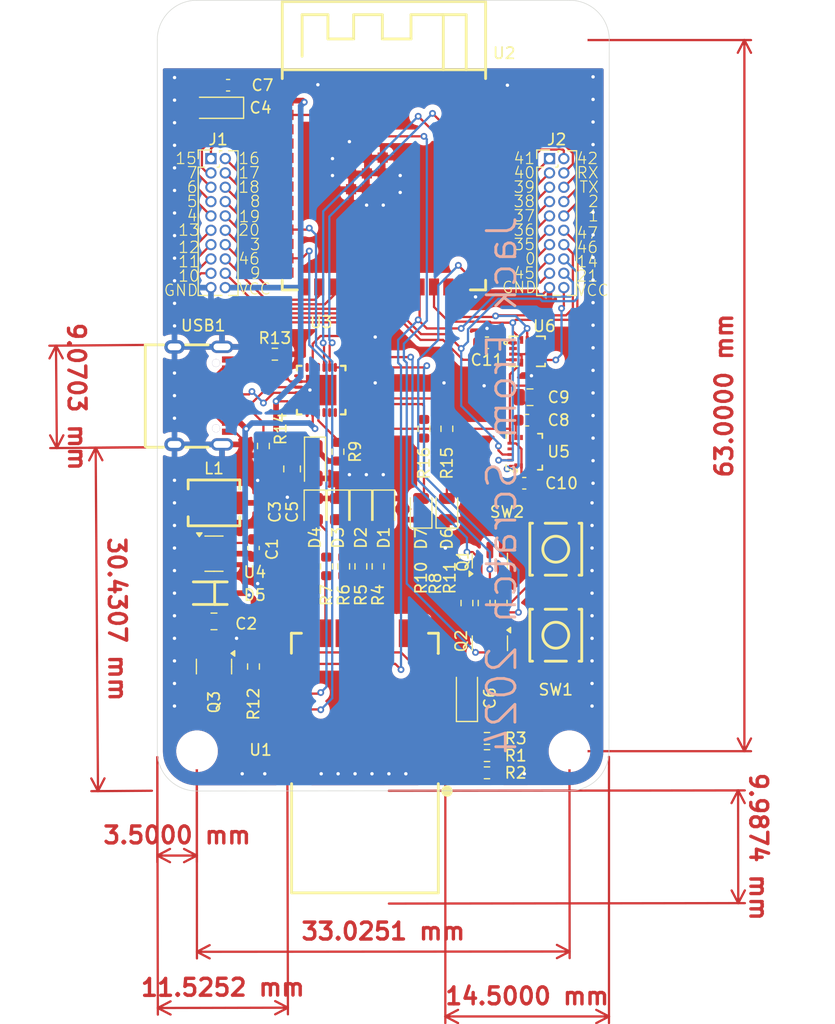
<source format=kicad_pcb>
(kicad_pcb (version 20240108) (generator "pcbnew") (generator_version "8.0")
  (layers (0 "F.Cu" signal) (31 "B.Cu" signal) (34 "B.Paste" user) (35 "F.Paste" user) (36 "B.SilkS" user "B.Silkscreen") (37 "F.SilkS" user "F.Silkscreen") (38 "B.Mask" user) (39 "F.Mask" user) (44 "Edge.Cuts" user))
  (net 0 "")
  (net 5 "IO2")
  (net 6 "CP2102_RTS")
  (net 7 "CP2102_DTR")
  (net 8 "IO0")
  (net 9 "RESET")
  (net 10 "Net-(D1-A)")
  (net 11 "Net-(U1-WAKEUP)")
  (net 12 "Net-(U1-EXTON)")
  (net 13 "Net-(U1-RSTn)")
  (net 14 "DWM_RXLED")
  (net 15 "Net-(D2-A)")
  (net 16 "DWM_SFDLED")
  (net 17 "Net-(D3-A)")
  (net 18 "DWM_LEDRXOK")
  (net 19 "Net-(D4-A)")
  (net 20 "Net-(R8-Pad2)")
  (net 21 "Net-(U3-RSTb)")
  (net 22 "GND")
  (net 27 "DWM_LEDTX")
  (net 28 "Net-(D5-K)")
  (net 29 "Net-(D6-A)")
  (net 30 "Net-(U4-FB)")
  (net 31 "Net-(Q1-B)")
  (net 32 "DWM_IRQ")
  (net 33 "IO10")
  (net 34 "IO3")
  (net 35 "IO12")
  (net 36 "IO6")
  (net 37 "IO13")
  (net 38 "IO4")
  (net 39 "IO5")
  (net 40 "IO36")
  (net 41 "CP2102_TX")
  (net 42 "IO46")
  (net 43 "IO16")
  (net 44 "IO45")
  (net 45 "IO37")
  (net 46 "IO40")
  (net 47 "IO20")
  (net 48 "IO15")
  (net 49 "IO11")
  (net 50 "IO41")
  (net 51 "IO39")
  (net 52 "IO38")
  (net 53 "IO19")
  (net 54 "CP2102_RX")
  (net 55 "IO1")
  (net 56 "IO17")
  (net 57 "IO42")
  (net 58 "IO8")
  (net 59 "IO7")
  (net 60 "IO9")
  (net 61 "IO14")
  (net 62 "IO18")
  (net 63 "IO35")
  (net 64 "CP2102_DSR")
  (net 66 "CP2102_DM")
  (net 67 "CP2102_REGIN")
  (net 69 "CP2102_TXLED")
  (net 70 "CP2102_CTS")
  (net 71 "Net-(D7-A)")
  (net 72 "CP2102_VBUS")
  (net 74 "CP2102_RXLED")
  (net 76 "CP2102_DP")
  (net 80 "CP2102_DCD")
  (net 81 "Net-(Q2-B)")
  (net 82 "+BATT")
  (net 83 "Net-(USB1-CC1)")
  (net 84 "Net-(USB1-SBU1)")
  (net 85 "IO23")
  (net 86 "Net-(U4-BST)")
  (net 96 "Net-(U5-SETP)")
  (net 97 "Net-(U5-SETC)")
  (net 98 "Net-(U5-C1)")
  (net 99 "I2C_SDA")
  (net 100 "I2C_SCL")
  (net 101 "LSM6DSLTR_INT2")
  (net 102 "IO21")
  (footprint "easyeda2kicad:USB-C-SMD_TYPE-C-6PIN-2MD-073" (layer "F.Cu") (at 113.88 120 -90)
    (property "Reference" "USB1")
    (property "Value" "TYPE-C 16PIN 2MD(073)")
  )
  (footprint "Capacitor_Tantalum_SMD:CP_EIA-3216-10_Kemet-I" (layer "F.Cu") (at 123.952 125.984 -90)
    (property "Reference" "C5")
    (property "Value" "47u")
  )
  (footprint "Capacitor_Tantalum_SMD:CP_EIA-3216-10_Kemet-I" (layer "F.Cu") (at 137.414 146.558 90)
    (property "Reference" "C6")
    (property "Value" "47u")
  )
  (footprint "Capacitor_SMD:C_0603_1608Metric" (layer "F.Cu") (at 116.25 92.5 180)
    (property "Reference" "C7")
    (property "Value" "100n")
  )
  (footprint "Package_TO_SOT_SMD:SOT-23" (layer "F.Cu") (at 139.446 141.9365 -90)
    (property "Reference" "Q2")
    (property "Value" "S8050")
  )
  (footprint "easyeda2kicad:WIRELM-SMD_ESP32-S3-WROOM-1" (layer "F.Cu") (at 130.048 101.4815)
    (property "Reference" "U2")
    (property "Value" "ESP32-S3-WROOM-1(N16R8)" (hide yes))
  )
  (footprint "easyeda2kicad:SW-SMD_4P-L4.6-W4.6-P3.00-LS6.1" (layer "F.Cu") (at 145.288 133.604 90)
    (property "Reference" "SW2")
    (property "Value" "GT-TC070B-H016-L1" (hide yes))
  )
  (footprint "Connector_PinHeader_1.27mm:PinHeader_2x10_P1.27mm_Vertical" (layer "F.Cu") (at 144.73 99)
    (property "Reference" "J2")
    (property "Value" "Conn_02x10_Odd_Even")
  )
  (footprint "Package_TO_SOT_SMD:SOT-23" (layer "F.Cu") (at 139.446 134.62 90)
    (property "Reference" "Q1")
    (property "Value" "S8050")
  )
  (footprint "Resistor_SMD:R_0603_1608Metric" (layer "F.Cu") (at 128.016 135.128 -90)
    (property "Reference" "R5")
    (property "Value" "470R")
  )
  (footprint "LED_SMD:LED_0805_2012Metric" (layer "F.Cu") (at 133.35 130.048 90)
    (property "Reference" "D7")
    (property "Value" "LED")
  )
  (footprint "easyeda2kicad:POWERDI123_L2.8-W1.8-LS3.7-RD" (layer "F.Cu") (at 115 137.5)
    (property "Reference" "D5")
    (property "Value" "SBR3M30P1-7")
  )
  (footprint "easyeda2kicad:IND-SMD_L4.5-W4.1_YXMAA0402" (layer "F.Cu") (at 115 129.5 180)
    (property "Reference" "L1")
    (property "Value" "MDA4020-2R2M")
  )
  (footprint "Capacitor_SMD:C_0603_1608Metric" (layer "F.Cu") (at 139.192 115.316)
    (property "Reference" "C11")
    (property "Value" "100n")
  )
  (footprint "Resistor_SMD:R_0603_1608Metric" (layer "F.Cu") (at 120.396 116.332)
    (property "Reference" "R13")
    (property "Value" "5.1k")
  )
  (footprint "Capacitor_Tantalum_SMD:CP_EIA-3216-10_Kemet-I" (layer "F.Cu") (at 115.316 94.5 180)
    (property "Reference" "C4")
    (property "Value" "47u")
  )
  (footprint "Resistor_SMD:R_0603_1608Metric" (layer "F.Cu") (at 124.968 135.128 -90)
    (property "Reference" "R7")
    (property "Value" "470R")
  )
  (footprint "MountingHole:MountingHole_3.2mm_M3" (layer "F.Cu") (at 146.5 88.5)
    (property "Reference" "H1" (hide yes))
    (property "Value" "MountingHole")
  )
  (footprint "easyeda2kicad:LGA-14_L3.0-W2.5-P0.50-TL" (layer "F.Cu") (at 142.758 116.074)
    (property "Reference" "U6")
    (property "Value" "LSM6DSLTR")
  )
  (footprint "Resistor_SMD:R_0603_1608Metric" (layer "F.Cu") (at 139.192 153.416 180)
    (property "Reference" "R2")
    (property "Value" "470R")
  )
  (footprint "Resistor_SMD:R_0603_1608Metric" (layer "F.Cu") (at 138.938 138.374 -90)
    (property "Reference" "R8")
    (property "Value" "470R")
  )
  (footprint "Resistor_SMD:R_0603_1608Metric" (layer "F.Cu") (at 140.446 138.374 -90)
    (property "Reference" "R11")
    (property "Value" "470R")
  )
  (footprint "Resistor_SMD:R_0603_1608Metric" (layer "F.Cu") (at 139.192 150.368 180)
    (property "Reference" "R3")
    (property "Value" "470R")
  )
  (footprint "MountingHole:MountingHole_3.2mm_M3" (layer "F.Cu") (at 146.5 151.5)
    (property "Reference" "H3" (hide yes))
    (property "Value" "MountingHole")
  )
  (footprint "Resistor_SMD:R_0603_1608Metric" (layer "F.Cu") (at 118.5 144 -90)
    (property "Reference" "R12")
    (property "Value" "100k")
  )
  (footprint "Resistor_SMD:R_0603_1608Metric" (layer "F.Cu") (at 125.984 124.968 90)
    (property "Reference" "R9")
    (property "Value" "4.7k")
  )
  (footprint "Resistor_SMD:R_0603_1608Metric" (layer "F.Cu") (at 129.54 135.128 -90)
    (property "Reference" "R4")
    (property "Value" "470R")
  )
  (footprint "Capacitor_SMD:C_0603_1608Metric" (layer "F.Cu") (at 142.494 127.762 180)
    (property "Reference" "C10")
    (property "Value" "100n")
  )
  (footprint "Capacitor_SMD:C_0805_2012Metric" (layer "F.Cu") (at 115 140)
    (property "Reference" "C2")
    (property "Value" "10u")
  )
  (footprint "easyeda2kicad:LGA-16_L3.0-W3.0-P0.50-BL_SQ" (layer "F.Cu") (at 142.494 124.968)
    (property "Reference" "U5")
    (property "Value" "QMC5883L")
  )
  (footprint "MountingHole:MountingHole_3.2mm_M3" (layer "F.Cu") (at 113.474873 88.474873)
    (property "Reference" "H2" (hide yes))
    (property "Value" "MountingHole")
  )
  (footprint "Connector_PinHeader_1.27mm:PinHeader_2x10_P1.27mm_Vertical" (layer "F.Cu") (at 114.73 99)
    (property "Reference" "J1")
    (property "Value" "Conn_02x10_Odd_Even")
  )
  (footprint "LED_SMD:LED_0805_2012Metric" (layer "F.Cu") (at 125.984 130.048 -90)
    (property "Reference" "D3")
    (property "Value" "LED")
  )
  (footprint "MountingHole:MountingHole_3.2mm_M3" (layer "F.Cu") (at 113.5 151.5)
    (property "Reference" "H4" (hide yes))
    (property "Value" "MountingHole")
  )
  (footprint "LED_SMD:LED_0805_2012Metric" (layer "F.Cu") (at 135.636 130.048 90)
    (property "Reference" "D6")
    (property "Value" "LED")
  )
  (footprint "easyeda2kicad:QFN-24_L4.0-W4.0-P0.50-TL-EP2.6" (layer "F.Cu") (at 124.5 119.5)
    (property "Reference" "U3")
    (property "Value" "CP2102N-A02-GQFN24R")
  )
  (footprint "Resistor_SMD:R_0603_1608Metric" (layer "F.Cu") (at 133.604 122.936 90)
    (property "Reference" "R16")
    (property "Value" "470R")
  )
  (footprint "Resistor_SMD:R_0603_1608Metric" (layer "F.Cu") (at 139.192 151.892 180)
    (property "Reference" "R1")
    (property "Value" "470R")
  )
  (footprint "Capacitor_SMD:C_0603_1608Metric" (layer "F.Cu") (at 142.748 122.174 180)
    (property "Reference" "C8")
    (property "Value" "220n")
  )
  (footprint "Capacitor_SMD:C_0805_2012Metric" (layer "F.Cu") (at 121.92 126.492 -90)
    (property "Reference" "C3")
    (property "Value" "10u")
  )
  (footprint "Capacitor_SMD:C_0805_2012Metric" (layer "F.Cu") (at 143.002 120.142)
    (property "Reference" "C9")
    (property "Value" "4.7u")
  )
  (footprint "Resistor_SMD:R_0603_1608Metric" (layer "F.Cu") (at 126.492 135.128 -90)
    (property "Reference" "R6")
    (property "Value" "470R")
  )
  (footprint "easyeda2kicad:SW-SMD_4P-L4.6-W4.6-P3.00-LS6.1" (layer "F.Cu") (at 145.288 141.224 -90)
    (property "Reference" "SW1")
    (property "Value" "GT-TC070B-H016-L1" (hide yes))
  )
  (footprint "LED_SMD:LED_0805_2012Metric" (layer "F.Cu") (at 128.016 130.048 -90)
    (property "Reference" "D2")
    (property "Value" "LED")
  )
  (footprint "Resistor_SMD:R_0603_1608Metric" (layer "F.Cu") (at 119.38 124.46 -90)
    (property "Reference" "R14")
    (property "Value" "5.1k")
  )
  (footprint "Package_TO_SOT_SMD:SOT-23" (layer "F.Cu") (at 115 144 -90)
    (property "Reference" "Q3")
    (property "Value" "AO3401A")
  )
  (footprint "easyeda2kicad:WIRELM-TH_DWM1000" (layer "F.Cu") (at 128.3775 147.22 180)
    (property "Reference" "U1")
    (property "Value" "DWM1000")
  )
  (footprint "Capacitor_SMD:C_0603_1608Metric" (layer "F.Cu") (at 118.5 133.5 90)
    (property "Reference" "C1")
    (property "Value" "100n")
  )
  (footprint "Package_TO_SOT_SMD:TSOT-23-6" (layer "F.Cu") (at 115 134)
    (property "Reference" "U4")
    (property "Value" "AP63203WU")
  )
  (footprint "LED_SMD:LED_0805_2012Metric" (layer "F.Cu") (at 123.952 130.048 -90)
    (property "Reference" "D4")
    (property "Value" "LED")
  )
  (footprint "Resistor_SMD:R_0603_1608Metric" (layer "F.Cu") (at 137.414 138.374 90)
    (property "Reference" "R10")
    (property "Value" "470R")
  )
  (footprint "LED_SMD:LED_0805_2012Metric" (layer "F.Cu") (at 130.048 130.048 -90)
    (property "Reference" "D1")
    (property "Value" "LED")
  )
  (footprint "Resistor_SMD:R_0603_1608Metric" (layer "F.Cu") (at 135.636 122.936 90)
    (property "Reference" "R15")
    (property "Value" "470R")
  )
  (gr_line (start 109.974874 88.474874) (end 109.974874 151.525126) (stroke (width 0.05)) (layer "Edge.Cuts"))
  (gr_arc (start 109.974874 88.474874) (mid 111 86) (end 113.474874 84.974874) (stroke (width 0.05)) (layer "Edge.Cuts"))
  (gr_arc (start 146.525126 84.974874) (mid 149 86) (end 150.025126 88.474874) (stroke (width 0.05)) (layer "Edge.Cuts"))
  (gr_line (start 150 151.5) (end 150.025126 88.474874) (stroke (width 0.05)) (layer "Edge.Cuts"))
  (gr_line (start 113.474874 155.025126) (end 146.5 155) (stroke (width 0.05)) (layer "Edge.Cuts"))
  (gr_arc (start 113.474874 155.025126) (mid 111 154) (end 109.974874 151.525126) (stroke (width 0.05)) (layer "Edge.Cuts"))
  (gr_line (start 146.525126 84.974874) (end 113.474874 84.974874) (stroke (width 0.05)) (layer "Edge.Cuts"))
  (gr_arc (start 150 151.5) (mid 148.974874 153.974874) (end 146.5 155) (stroke (width 0.05)) (layer "Edge.Cuts"))
  (gr_text "Jack From Scratch 2024" (at 141.986 103.886 90) (layer "B.SilkS") (effects (font (size 2.54 2.54) (thickness 0.254)) (justify left bottom mirror)))
  (gr_text "1" (at 148.082 104.648 0) (layer "F.SilkS") (effects (font (size 1 1) (thickness 0.1)) (justify left bottom)))
  (gr_text "8" (at 118.11 103.378 0) (layer "F.SilkS") (effects (font (size 1 1) (thickness 0.1)) (justify left bottom)))
  (gr_text "41" (at 141.478 99.568 0) (layer "F.SilkS") (effects (font (size 1 1) (thickness 0.1)) (justify left bottom)))
  (gr_text "46" (at 117.094 108.458 0) (layer "F.SilkS") (effects (font (size 1 1) (thickness 0.1)) (justify left bottom)))
  (gr_text "17" (at 117.094 100.838 0) (layer "F.SilkS") (effects (font (size 1 1) (thickness 0.1)) (justify left bottom)))
  (gr_text "2" (at 148.082 103.378 0) (layer "F.SilkS") (effects (font (size 1 1) (thickness 0.1)) (justify left bottom)))
  (gr_text "VCC" (at 117.13 111.125 0) (layer "F.SilkS") (effects (font (size 1 1) (thickness 0.1)) (justify left bottom)))
  (gr_text "6" (at 112.522 102.108 0) (layer "F.SilkS") (effects (font (size 1 1) (thickness 0.1)) (justify left bottom)))
  (gr_text "14" (at 147.066 108.712 0) (layer "F.SilkS") (effects (font (size 1 1) (thickness 0.1)) (justify left bottom)))
  (gr_text "13" (at 111.76 105.918 0) (layer "F.SilkS") (effects (font (size 1 1) (thickness 0.1)) (justify left bottom)))
  (gr_text "9" (at 118.11 109.728 0) (layer "F.SilkS") (effects (font (size 1 1) (thickness 0.1)) (justify left bottom)))
  (gr_text "5\n" (at 112.522 103.378 0) (layer "F.SilkS") (effects (font (size 1 1) (thickness 0.1)) (justify left bottom)))
  (gr_text "11" (at 111.76 108.712 0) (layer "F.SilkS") (effects (font (size 1 1) (thickness 0.1)) (justify left bottom)))
  (gr_text "RX" (at 147.066 100.838 0) (layer "F.SilkS") (effects (font (size 1 1) (thickness 0.1)) (justify left bottom)))
  (gr_text "39" (at 141.478 102.108 0) (layer "F.SilkS") (effects (font (size 1 1) (thickness 0.1)) (justify left bottom)))
  (gr_text "40" (at 141.478 100.838 0) (layer "F.SilkS") (effects (font (size 1 1) (thickness 0.1)) (justify left bottom)))
  (gr_text "19" (at 117.13 104.715 0) (layer "F.SilkS") (effects (font (size 1 1) (thickness 0.1)) (justify left bottom)))
  (gr_text "20" (at 117.094 105.918 0) (layer "F.SilkS") (effects (font (size 1 1) (thickness 0.1)) (justify left bottom)))
  (gr_text "16" (at 117.094 99.568 0) (layer "F.SilkS") (effects (font (size 1 1) (thickness 0.1)) (justify left bottom)))
  (gr_text "15" (at 111.506 99.568 0) (layer "F.SilkS") (effects (font (size 1 1) (thickness 0.1)) (justify left bottom)))
  (gr_text "35" (at 141.478 107.188 0) (layer "F.SilkS") (effects (font (size 1 1) (thickness 0.1)) (justify left bottom)))
  (gr_text "TX" (at 147.32 102.108 0) (layer "F.SilkS") (effects (font (size 1 1) (thickness 0.1)) (justify left bottom)))
  (gr_text "7" (at 112.522 100.838 0) (layer "F.SilkS") (effects (font (size 1 1) (thickness 0.1)) (justify left bottom)))
  (gr_text "3" (at 118.11 107.188 0) (layer "F.SilkS") (effects (font (size 1 1) (thickness 0.1)) (justify left bottom)))
  (gr_text "GND" (at 110.49 111.252 0) (layer "F.SilkS") (effects (font (size 1 1) (thickness 0.1)) (justify left bottom)))
  (gr_text "VCC" (at 147.066 111.252 0) (layer "F.SilkS") (effects (font (size 1 1) (thickness 0.1)) (justify left bottom)))
  (gr_text "38" (at 141.478 103.378 0) (layer "F.SilkS") (effects (font (size 1 1) (thickness 0.1)) (justify left bottom)))
  (gr_text "10" (at 111.76 109.982 0) (layer "F.SilkS") (effects (font (size 1 1) (thickness 0.1)) (justify left bottom)))
  (gr_text "12" (at 111.76 107.442 0) (layer "F.SilkS") (effects (font (size 1 1) (thickness 0.1)) (justify left bottom)))
  (gr_text "36" (at 141.478 105.918 0) (layer "F.SilkS") (effects (font (size 1 1) (thickness 0.1)) (justify left bottom)))
  (gr_text "0" (at 142.494 108.458 0) (layer "F.SilkS") (effects (font (size 1 1) (thickness 0.1)) (justify left bottom)))
  (gr_text "21" (at 147.066 109.982 0) (layer "F.SilkS") (effects (font (size 1 1) (thickness 0.1)) (justify left bottom)))
  (gr_text "42" (at 147.066 99.568 0) (layer "F.SilkS") (effects (font (size 1 1) (thickness 0.1)) (justify left bottom)))
  (gr_text "37" (at 141.478 104.648 0) (layer "F.SilkS") (effects (font (size 1 1) (thickness 0.1)) (justify left bottom)))
  (gr_text "18" (at 117.094 102.108 0) (layer "F.SilkS") (effects (font (size 1 1) (thickness 0.1)) (justify left bottom)))
  (gr_text "47" (at 147.066 106.172 0) (layer "F.SilkS") (effects (font (size 1 1) (thickness 0.1)) (justify left bottom)))
  (gr_text "45" (at 141.478 109.728 0) (layer "F.SilkS") (effects (font (size 1 1) (thickness 0.1)) (justify left bottom)))
  (gr_text "GND" (at 140.462 110.998 0) (layer "F.SilkS") (effects (font (size 1 1) (thickness 0.1)) (justify left bottom)))
  (gr_text "4" (at 112.522 104.648 0) (layer "F.SilkS") (effects (font (size 1 1) (thickness 0.1)) (justify left bottom)))
  (gr_text "46" (at 147.066 107.442 0) (layer "F.SilkS") (effects (font (size 1 1) (thickness 0.1)) (justify left bottom)))
  (dimension (type aligned) (layer "F.Cu") (pts (xy 113.4749 151.5251) (xy 146.5 151.5)) (height 17.744414) (gr_text "33.0251 mm" (at 129.999568 167.45696 0.04354638711) (layer "F.Cu") (effects (font (size 1.5 1.5) (thickness 0.3)))) (format (prefix "") (suffix "") (units 3) (units_format 1) (precision 4)) (style (thickness 0.2) (arrow_length 1.27) (text_position_mode 0) (extension_height 0.58642) (extension_offset 0.5) keep_text_aligned))
  (dimension (type aligned) (layer "F.Cu") (pts (xy 129.987437 155.012563) (xy 130 165)) (height -31.455465) (gr_text "9.9874 mm" (at 163.249158 159.964451 270.0720769) (layer "F.Cu") (effects (font (size 1.5 1.5) (thickness 0.3)))) (format (prefix "") (suffix "") (units 3) (units_format 1) (precision 4)) (style (thickness 0.2) (arrow_length 1.27) (text_position_mode 0) (extension_height 0.58642) (extension_offset 0.5) keep_text_aligned))
  (dimension (type aligned) (layer "F.Cu") (pts (xy 109.795 124.57) (xy 109.72 115.5)) (height -8.71946) (gr_text "9.0703 mm" (at 102.838276 120.092215 -89.52623092) (layer "F.Cu") (effects (font (size 1.5 1.5) (thickness 0.3)))) (format (prefix "") (suffix "") (units 3) (units_format 1) (precision 4)) (style (thickness 0.2) (arrow_length 1.27) (text_position_mode 0) (extension_height 0.58642) (extension_offset 0.5) keep_text_aligned))
  (dimension (type aligned) (layer "F.Cu") (pts (xy 109.974874 151.525126) (xy 121.5 151.5)) (height 22.722232) (gr_text "11.5252 mm" (at 115.78305 172.434745 0.124910693) (layer "F.Cu") (effects (font (size 1.5 1.5) (thickness 0.3)))) (format (prefix "") (suffix "") (units 3) (units_format 1) (precision 4)) (style (thickness 0.2) (arrow_length 1.27) (text_position_mode 0) (extension_height 0.58642) (extension_offset 0.5) keep_text_aligned))
  (dimension (type aligned) (layer "F.Cu") (pts (xy 146.5 151.5) (xy 146.5 88.5)) (height 15.5) (gr_text "63.0000 mm" (at 160.2 120 90) (layer "F.Cu") (effects (font (size 1.5 1.5) (thickness 0.3)))) (format (prefix "") (suffix "") (units 3) (units_format 1) (precision 4)) (style (thickness 0.2) (arrow_length 1.27) (text_position_mode 0) (extension_height 0.58642) (extension_offset 0.5) keep_text_aligned))
  (dimension (type aligned) (layer "F.Cu") (pts (xy 110 155) (xy 109.795 124.57)) (height -5.279133) (gr_text "30.4307 mm" (at 106.418446 139.808438 -89.61401718) (layer "F.Cu") (effects (font (size 1.5 1.5) (thickness 0.3)))) (format (prefix "") (suffix "") (units 3) (units_format 1) (precision 4)) (style (thickness 0.2) (arrow_length 1.27) (text_position_mode 0) (extension_height 0.58642) (extension_offset 0.5) keep_text_aligned))
  (dimension (type aligned) (layer "F.Cu") (pts (xy 150 151.5) (xy 135.5 151.5)) (height -23.5) (gr_text "14.5000 mm" (at 142.75 173.2 0) (layer "F.Cu") (effects (font (size 1.5 1.5) (thickness 0.3)))) (format (prefix "") (suffix "") (units 3) (units_format 1) (precision 4)) (style (thickness 0.2) (arrow_length 1.27) (text_position_mode 0) (extension_height 0.58642) (extension_offset 0.5) keep_text_aligned))
  (dimension (type aligned) (layer "F.Cu") (pts (xy 113.4749 151.5251) (xy 109.974874 151.525126)) (height -9.220558) (gr_text "3.5000 mm" (at 111.724942 158.945671 0.0004256226289) (layer "F.Cu") (effects (font (size 1.5 1.5) (thickness 0.3)))) (format (prefix "") (suffix "") (units 3) (units_format 1) (precision 4)) (style (thickness 0.2) (arrow_length 1.27) (text_position_mode 0) (extension_height 0.58642) (extension_offset 0.5) keep_text_aligned))
  (segment (start 147.6 101.21) (end 146 102.81) (width 0.2) (layer "F.Cu") (net 5))
  (segment (start 147.6 98.195836) (end 147.6 101.21) (width 0.2) (layer "F.Cu") (net 5))
  (segment (start 144.535664 95.1315) (end 147.6 98.195836) (width 0.2) (layer "F.Cu") (net 5))
  (segment (start 138.798 95.1315) (end 144.535664 95.1315) (width 0.2) (layer "F.Cu") (net 5))
  (segment (start 133.858 117.348) (end 133.706 117.5) (width 0.2) (layer "F.Cu") (net 6))
  (segment (start 140.446 139.199) (end 140.446 140.949) (width 0.2) (layer "F.Cu") (net 6))
  (segment (start 140.446 140.949) (end 140.396 140.999) (width 0.2) (layer "F.Cu") (net 6))
  (segment (start 141.986 139.192) (end 141.979 139.199) (width 0.2) (layer "F.Cu") (net 6))
  (segment (start 140.446 139.199) (end 141.979 139.199) (width 0.2) (layer "F.Cu") (net 6))
  (segment (start 133.706 117.5) (end 125.75 117.5) (width 0.2) (layer "F.Cu") (net 6))
  (via (at 133.858 117.348) (size 0.6) (drill 0.3) (layers "F.Cu" "B.Cu") (net 6))
  (via (at 141.979 139.199) (size 0.6) (drill 0.3) (layers "F.Cu" "B.Cu") (net 6))
  (segment (start 133.858 117.348) (end 133.604 117.602) (width 0.2) (layer "B.Cu") (net 6))
  (segment (start 133.604 127.083735) (end 141.979 135.458735) (width 0.2) (layer "B.Cu") (net 6))
  (segment (start 141.979 135.458735) (end 141.979 139.199) (width 0.2) (layer "B.Cu") (net 6))
  (segment (start 133.604 117.602) (end 133.604 127.083735) (width 0.2) (layer "B.Cu") (net 6))
  (segment (start 137.414 133.858) (end 137.922 133.858) (width 0.2) (layer "F.Cu") (net 7))
  (segment (start 128.524 116.586) (end 126.654 114.716) (width 0.2) (layer "F.Cu") (net 7))
  (segment (start 138.496 135.5575) (end 138.496 136.467) (width 0.2) (layer "F.Cu") (net 7))
  (segment (start 123.75 115.408095) (end 123.75 117.5) (width 0.2) (layer "F.Cu") (net 7))
  (segment (start 124.442095 114.716) (end 123.75 115.408095) (width 0.2) (layer "F.Cu") (net 7))
  (segment (start 137.922 133.858) (end 138.496 134.432) (width 0.2) (layer "F.Cu") (net 7))
  (segment (start 138.496 136.467) (end 137.414 137.549) (width 0.2) (layer "F.Cu") (net 7))
  (segment (start 126.654 114.716) (end 124.442095 114.716) (width 0.2) (layer "F.Cu") (net 7))
  (segment (start 138.496 134.432) (end 138.496 135.5575) (width 0.2) (layer "F.Cu") (net 7))
  (segment (start 137.4925 133.9365) (end 137.414 133.858) (width 0.2) (layer "F.Cu") (net 7))
  (segment (start 132.426 116.586) (end 128.524 116.586) (width 0.2) (layer "F.Cu") (net 7))
  (via (at 137.414 133.858) (size 0.6) (drill 0.3) (layers "F.Cu" "B.Cu") (net 7))
  (via (at 132.426 116.586) (size 0.6) (drill 0.3) (layers "F.Cu" "B.Cu") (net 7))
  (segment (start 132.426 116.586) (end 132.588 116.748) (width 0.2) (layer "B.Cu") (net 7))
  (segment (start 132.588 116.748) (end 132.588 127.762) (width 0.2) (layer "B.Cu") (net 7))
  (segment (start 137.414 132.588) (end 137.414 133.858) (width 0.2) (layer "B.Cu") (net 7))
  (segment (start 132.588 127.762) (end 137.414 132.588) (width 0.2) (layer "B.Cu") (net 7))
  (segment (start 137.2955 109.1015) (end 136.652 108.458) (width 0.2) (layer "F.Cu") (net 8))
  (segment (start 139.446 135.382) (end 139.446 133.6825) (width 0.2) (layer "F.Cu") (net 8))
  (segment (start 139.446 137.041) (end 138.938 137.549) (width 0.2) (layer "F.Cu") (net 8))
  (segment (start 138.798 109.1015) (end 143.5185 109.1015) (width 0.2) (layer "F.Cu") (net 8))
  (segment (start 143.5185 109.1015) (end 144.73 107.89) (width 0.2) (layer "F.Cu") (net 8))
  (segment (start 139.446 135.382) (end 139.446 137.041) (width 0.2) (layer "F.Cu") (net 8))
  (segment (start 138.798 109.1015) (end 137.2955 109.1015) (width 0.2) (layer "F.Cu") (net 8))
  (via (at 139.446 135.382) (size 0.6) (drill 0.3) (layers "F.Cu" "B.Cu") (net 8))
  (via (at 136.652 108.458) (size 0.6) (drill 0.3) (layers "F.Cu" "B.Cu") (net 8))
  (segment (start 133.096 116.84) (end 134.874 115.062) (width 0.2) (layer "B.Cu") (net 8))
  (segment (start 134.874 115.062) (end 134.874 110.236) (width 0.2) (layer "B.Cu") (net 8))
  (segment (start 139.446 135.382) (end 139.446 133.858) (width 0.2) (layer "B.Cu") (net 8))
  (segment (start 139.446 133.858) (end 133.096 127.508) (width 0.2) (layer "B.Cu") (net 8))
  (segment (start 134.874 110.236) (end 136.652 108.458) (width 0.2) (layer "B.Cu") (net 8))
  (segment (start 133.096 127.508) (end 133.096 116.84) (width 0.2) (layer "B.Cu") (net 8))
  (segment (start 127.668 95.1315) (end 129.5645 97.028) (width 0.2) (layer "F.Cu") (net 9))
  (segment (start 138.176 142.748) (end 139.32 142.748) (width 0.2) (layer "F.Cu") (net 9))
  (segment (start 139.446 142.874) (end 142.188 142.874) (width 0.2) (layer "F.Cu") (net 9))
  (segment (start 121.298 95.1315) (end 127.668 95.1315) (width 0.2) (layer "F.Cu") (net 9))
  (segment (start 139.32 142.748) (end 139.446 142.874) (width 0.2) (layer "F.Cu") (net 9))
  (segment (start 129.5645 97.028) (end 133.604 97.028) (width 0.2) (layer "F.Cu") (net 9))
  (segment (start 142.188 142.874) (end 146.788 138.274) (width 0.2) (layer "F.Cu") (net 9))
  (via (at 133.604 97.028) (size 0.6) (drill 0.3) (layers "F.Cu" "B.Cu") (net 9))
  (via (at 138.176 142.748) (size 0.6) (drill 0.3) (layers "F.Cu" "B.Cu") (net 9))
  (segment (start 133.858 113.370529) (end 131.826 115.402529) (width 0.2) (layer "B.Cu") (net 9))
  (segment (start 131.826 115.402529) (end 131.826 116.834529) (width 0.2) (layer "B.Cu") (net 9))
  (segment (start 132.08 136.652) (end 138.176 142.748) (width 0.2) (layer "B.Cu") (net 9))
  (segment (start 132.08 117.088529) (end 132.08 136.652) (width 0.2) (layer "B.Cu") (net 9))
  (segment (start 131.826 116.834529) (end 132.08 117.088529) (width 0.2) (layer "B.Cu") (net 9))
  (segment (start 133.604 97.028) (end 133.858 97.282) (width 0.2) (layer "B.Cu") (net 9))
  (segment (start 133.858 97.282) (end 133.858 113.370529) (width 0.2) (layer "B.Cu") (net 9))
  (segment (start 129.54 134.303) (end 129.54 130.9855) (width 0.2) (layer "F.Cu") (net 10))
  (segment (start 129.54 131.4935) (end 130.048 130.9855) (width 0.2) (layer "F.Cu") (net 10))
  (segment (start 138.259 152) (end 138.367 151.892) (width 0.2) (layer "F.Cu") (net 11))
  (segment (start 134.6775 152) (end 138.259 152) (width 0.2) (layer "F.Cu") (net 11))
  (segment (start 138.341 153.39) (end 138.367 153.416) (width 0.2) (layer "F.Cu") (net 12))
  (segment (start 134.6775 153.39) (end 138.341 153.39) (width 0.2) (layer "F.Cu") (net 12))
  (segment (start 134.6775 150.6) (end 138.135 150.6) (width 0.2) (layer "F.Cu") (net 13))
  (segment (start 138.135 150.6) (end 138.367 150.368) (width 0.2) (layer "F.Cu") (net 13))
  (segment (start 127.6775 136.2915) (end 128.016 135.953) (width 0.2) (layer "F.Cu") (net 14))
  (segment (start 127.6775 141.05) (end 127.6775 136.2915) (width 0.2) (layer "F.Cu") (net 14))
  (segment (start 128.016 134.303) (end 128.016 130.4775) (width 0.2) (layer "F.Cu") (net 15))
  (segment (start 126.2775 136.1675) (end 126.492 135.953) (width 0.2) (layer "F.Cu") (net 16))
  (segment (start 126.2775 141.05) (end 126.2775 136.1675) (width 0.2) (layer "F.Cu") (net 16))
  (segment (start 126.492 134.303) (end 126.492 130.9855) (width 0.2) (layer "F.Cu") (net 17))
  (segment (start 126.492 131.4935) (end 125.984 130.9855) (width 0.2) (layer "F.Cu") (net 17))
  (segment (start 124.8775 136.0435) (end 124.968 135.953) (width 0.2) (layer "F.Cu") (net 18))
  (segment (start 124.8775 141.05) (end 124.8775 136.0435) (width 0.2) (layer "F.Cu") (net 18))
  (segment (start 124.968 134.303) (end 124.968 132.334) (width 0.2) (layer "F.Cu") (net 19))
  (segment (start 123.952 130.9855) (end 124.968 132.0015) (width 0.2) (layer "F.Cu") (net 19))
  (segment (start 124.968 132.0015) (end 124.968 132.334) (width 0.2) (layer "F.Cu") (net 19))
  (segment (start 139.192 138.43) (end 141.224 138.43) (width 0.2) (layer "F.Cu") (net 20))
  (segment (start 138.938 138.684) (end 139.192 138.43) (width 0.2) (layer "F.Cu") (net 20))
  (segment (start 141.224 138.43) (end 143.1 136.554) (width 0.2) (layer "F.Cu") (net 20))
  (segment (start 138.938 139.199) (end 138.938 138.684) (width 0.2) (layer "F.Cu") (net 20))
  (segment (start 143.1 136.554) (end 143.788 136.554) (width 0.2) (layer "F.Cu") (net 20))
  (segment (start 125.984 124.143) (end 125.984 123.952) (width 0.2) (layer "F.Cu") (net 21))
  (segment (start 125.984 123.952) (end 124.25 122.218) (width 0.2) (layer "F.Cu") (net 21))
  (segment (start 124.25 122.218) (end 124.25 121.5) (width 0.2) (layer "F.Cu") (net 21))
  (segment (start 121.221 118.221) (end 121.221 116.332) (width 0.2) (layer "F.Cu") (net 22))
  (segment (start 144.162 110.998) (end 138.43 110.998) (width 0.2) (layer "F.Cu") (net 22))
  (segment (start 143.258 117.084) (end 143.258 118.108) (width 0.2) (layer "F.Cu") (net 22))
  (segment (start 116.26 123.2) (end 116.85 123.2) (width 0.2) (layer "F.Cu") (net 22))
  (segment (start 138.417 115.316) (end 138.417 114.313) (width 0.2) (layer "F.Cu") (net 22))
  (segment (start 116.85 123.2) (end 117.602 123.952) (width 0.2) (layer "F.Cu") (net 22))
  (segment (start 123.74 118.75) (end 124.5 119.51) (width 0.2) (layer "F.Cu") (net 22))
  (segment (start 138.684 114.046) (end 139.192 114.046) (width 0.2) (layer "F.Cu") (net 22))
  (segment (start 144.73 110.43) (end 144.162 110.998) (width 0.2) (layer "F.Cu") (net 22))
  (segment (start 143.258 118.108) (end 143.129 118.237) (width 0.2) (layer "F.Cu") (net 22))
  (segment (start 122.5 118.75) (end 121.75 118.75) (width 0.2) (layer "F.Cu") (net 22))
  (segment (start 143.129 118.237) (end 142.758 117.866) (width 0.2) (layer "F.Cu") (net 22))
  (segment (start 138.43 110.998) (end 138.176 111.252) (width 0.2) (layer "F.Cu") (net 22))
  (segment (start 121.75 118.75) (end 121.221 118.221) (width 0.2) (layer "F.Cu") (net 22))
  (segment (start 138.417 114.313) (end 138.684 114.046) (width 0.2) (layer "F.Cu") (net 22))
  (segment (start 142.758 117.866) (end 142.758 117.084) (width 0.2) (layer "F.Cu") (net 22))
  (segment (start 122.5 118.75) (end 123.74 118.75) (width 0.2) (layer "F.Cu") (net 22))
  (via (at 111.506 107.822) (size 0.6) (drill 0.3) (layers "F.Cu" "B.Cu") (net 22))
  (via (at 125.5 99) (size 0.6) (drill 0.3) (layers "F.Cu" "B.Cu") (net 22))
  (via (at 138.938 119.126) (size 0.6) (drill 0.3) (layers "F.Cu" "B.Cu") (net 22))
  (via (at 111.506 111.822) (size 0.6) (drill 0.3) (layers "F.Cu" "B.Cu") (net 22))
  (via (at 111.506 103.822) (size 0.6) (drill 0.3) (layers "F.Cu" "B.Cu") (net 22))
  (via (at 148.59 103.758) (size 0.6) (drill 0.3) (layers "F.Cu" "B.Cu") (net 22))
  (via (at 142.5 153.5) (size 0.6) (drill 0.3) (layers "F.Cu" "B.Cu") (net 22))
  (via (at 111.506 95.822) (size 0.6) (drill 0.3) (layers "F.Cu" "B.Cu") (net 22))
  (via (at 111.506 113.822) (size 0.6) (drill 0.3) (layers "F.Cu" "B.Cu") (net 22))
  (via (at 111.5 131.5) (size 0.6) (drill 0.3) (layers "F.Cu" "B.Cu") (net 22))
  (via (at 148.59 123.762) (size 0.6) (drill 0.3) (layers "F.Cu" "B.Cu") (net 22))
  (via (at 124.206 92.456) (size 0.6) (drill 0.3) (layers "F.Cu" "B.Cu") (net 22))
  (via (at 148.59 115.762) (size 0.6) (drill 0.3) (layers "F.Cu" "B.Cu") (net 22))
  (via (at 148.5 137.5) (size 0.6) (drill 0.3) (layers "F.Cu" "B.Cu") (net 22))
  (via (at 123.5 119.5) (size 0.6) (drill 0.3) (layers "F.Cu" "B.Cu") (net 22))
  (via (at 126 153.5) (size 0.6) (drill 0.3) (layers "F.Cu" "B.Cu") (net 22))
  (via (at 139.192 114.046) (size 0.6) (drill 0.3) (layers "F.Cu" "B.Cu") (net 22))
  (via (at 121.5 129) (size 0.6) (drill 0.3) (layers "F.Cu" "B.Cu") (net 22))
  (via (at 127 127) (size 0.6) (drill 0.3) (layers "F.Cu" "B.Cu") (net 22))
  (via (at 130 127) (size 0.6) (drill 0.3) (layers "F.Cu" "B.Cu") (net 22))
  (via (at 148.59 113.762) (size 0.6) (drill 0.3) (layers "F.Cu" "B.Cu") (net 22))
  (via (at 111.5 118) (size 0.6) (drill 0.3) (layers "F.Cu" "B.Cu") (net 22))
  (via (at 148.59 127.762) (size 0.6) (drill 0.3) (layers "F.Cu" "B.Cu") (net 22))
  (via (at 127.5 153.5) (size 0.6) (drill 0.3) (layers "F.Cu" "B.Cu") (net 22))
  (via (at 129 153.5) (size 0.6) (drill 0.3) (layers "F.Cu" "B.Cu") (net 22))
  (via (at 111.5 129.5) (size 0.6) (drill 0.3) (layers "F.Cu" "B.Cu") (net 22))
  (via (at 130.5 153.5) (size 0.6) (drill 0.3) (layers "F.Cu" "B.Cu") (net 22))
  (via (at 111.5 143.5) (size 0.6) (drill 0.3) (layers "F.Cu" "B.Cu") (net 22))
  (via (at 118.872 136.652) (size 0.6) (drill 0.3) (layers "F.Cu" "B.Cu") (net 22))
  (via (at 148.59 95.758) (size 0.6) (drill 0.3) (layers "F.Cu" "B.Cu") (net 22))
  (via (at 125.5 100.5) (size 0.6) (drill 0.3) (layers "F.Cu" "B.Cu") (net 22))
  (via (at 117 141.5) (size 0.6) (drill 0.3) (layers "F.Cu" "B.Cu") (net 22))
  (via (at 111.506 101.822) (size 0.6) (drill 0.3) (layers "F.Cu" "B.Cu") (net 22))
  (via (at 130 103.124) (size 0.6) (drill 0.3) (layers "F.Cu" "B.Cu") (net 22))
  (via (at 128.524 103.124) (size 0.6) (drill 0.3) (layers "F.Cu" "B.Cu") (net 22))
  (via (at 129.286 114.808) (size 0.6) (drill 0.3) (layers "F.Cu" "B.Cu") (net 22))
  (via (at 148.59 117.762) (size 0.6) (drill 0.3) (layers "F.Cu" "B.Cu") (net 22))
  (via (at 148.5 141.5) (size 0.6) (drill 0.3) (layers "F.Cu" "B.Cu") (net 22))
  (via (at 138.176 111.252) (size 0.6) (drill 0.3) (layers "F.Cu" "B.Cu") (net 22))
  (via (at 148.59 109.758) (size 0.6) (drill 0.3) (layers "F.Cu" "B.Cu") (net 22))
  (via (at 111.5 141.5) (size 0.6) (drill 0.3) (layers "F.Cu" "B.Cu") (net 22))
  (via (at 135.382 118.872) (size 0.6) (drill 0.3) (layers "F.Cu" "B.Cu") (net 22))
  (via (at 148.5 143.5) (size 0.6) (drill 0.3) (layers "F.Cu" "B.Cu") (net 22))
  (via (at 148.59 125.762) (size 0.6) (drill 0.3) (layers "F.Cu" "B.Cu") (net 22))
  (via (at 111.5 120) (size 0.6) (drill 0.3) (layers "F.Cu" "B.Cu") (net 22))
  (via (at 148.5 135.5) (size 0.6) (drill 0.3) (layers "F.Cu" "B.Cu") (net 22))
  (via (at 111.506 105.822) (size 0.6) (drill 0.3) (layers "F.Cu" "B.Cu") (net 22))
  (via (at 135.5 133.5) (size 0.6) (drill 0.3) (layers "F.Cu" "B.Cu") (net 22))
  (via (at 148.5 131.5) (size 0.6) (drill 0.3) (layers "F.Cu" "B.Cu") (net 22))
  (via (at 111.506 109.822) (size 0.6) (drill 0.3) (layers "F.Cu" "B.Cu") (net 22))
  (via (at 128.5 127) (size 0.6) (drill 0.3) (layers "F.Cu" "B.Cu") (net 22))
  (via (at 143.129 118.237) (size 0.6) (drill 0.3) (layers "F.Cu" "B.Cu") (net 22))
  (via (at 111.5 127.5) (size 0.6) (drill 0.3) (layers "F.Cu" "B.Cu") (net 22))
  (via (at 111.506 93.822) (size 0.6) (drill 0.3) (layers "F.Cu" "B.Cu") (net 22))
  (via (at 148.59 119.762) (size 0.6) (drill 0.3) (layers "F.Cu" "B.Cu") (net 22))
  (via (at 148.5 145.5) (size 0.6) (drill 0.3) (layers "F.Cu" "B.Cu") (net 22))
  (via (at 111.5 147.5) (size 0.6) (drill 0.3) (layers "F.Cu" "B.Cu") (net 22))
  (via (at 148.59 121.762) (size 0.6) (drill 0.3) (layers "F.Cu" "B.Cu") (net 22))
  (via (at 117.5 153.5) (size 0.6) (drill 0.3) (layers "F.Cu" "B.Cu") (net 22))
  (via (at 148.59 93.758) (size 0.6) (drill 0.3) (layers "F.Cu" "B.Cu") (net 22))
  (via (at 124.5 153.5) (size 0.6) (drill 0.3) (layers "F.Cu" "B.Cu") (net 22))
  (via (at 111.506 99.822) (size 0.6) (drill 0.3) (layers "F.Cu" "B.Cu") (net 22))
  (via (at 111.5 137.5) (size 0.6) (drill 0.3) (layers "F.Cu" "B.Cu") (net 22))
  (via (at 132 153.5) (size 0.6) (drill 0.3) (layers "F.Cu" "B.Cu") (net 22))
  (via (at 111.5 145.5) (size 0.6) (drill 0.3) (layers "F.Cu" "B.Cu") (net 22))
  (via (at 131.5 102) (size 0.6) (drill 0.3) (layers "F.Cu" "B.Cu") (net 22))
  (via (at 148.59 91.758) (size 0.6) (drill 0.3) (layers "F.Cu" "B.Cu") (net 22))
  (via (at 131.5 100.5) (size 0.6) (drill 0.3) (layers "F.Cu" "B.Cu") (net 22))
  (via (at 141 92.5) (size 0.6) (drill 0.3) (layers "F.Cu" "B.Cu") (net 22))
  (via (at 111.5 122) (size 0.6) (drill 0.3) (layers "F.Cu" "B.Cu") (net 22))
  (via (at 118.872 127.508) (size 0.6) (drill 0.3) (layers "F.Cu" "B.Cu") (net 22))
  (via (at 129.286 118.872) (size 0.6) (drill 0.3) (layers "F.Cu" "B.Cu") (net 22))
  (via (at 111.506 91.822) (size 0.6) (drill 0.3) (layers "F.Cu" "B.Cu") (net 22))
  (via (at 111.506 97.822) (size 0.6) (drill 0.3) (layers "F.Cu" "B.Cu") (net 22))
  (via (at 148.59 107.758) (size 0.6) (drill 0.3) (layers "F.Cu" "B.Cu") (net 22))
  (via (at 119.5 153.5) (size 0.6) (drill 0.3) (layers "F.Cu" "B.Cu") (net 22))
  (via (at 111.5 135.5) (size 0.6) (drill 0.3) (layers "F.Cu" "B.Cu") (net 22))
  (via (at 148.5 139.5) (size 0.6) (drill 0.3) (layers "F.Cu" "B.Cu") (net 22))
  (via (at 148.59 105.758) (size 0.6) (drill 0.3) (layers "F.Cu" "B.Cu") (net 22))
  (via (at 148.5 129.5) (size 0.6) (drill 0.3) (layers "F.Cu" "B.Cu") (net 22))
  (via (at 148.5 133.5) (size 0.6) (drill 0.3) (layers "F.Cu" "B.Cu") (net 22))
  (via (at 148.59 97.758) (size 0.6) (drill 0.3) (layers "F.Cu" "B.Cu") (net 22))
  (via (at 111.5 139.5) (size 0.6) (drill 0.3) (layers "F.Cu" "B.Cu") (net 22))
  (via (at 111.5 133.5) (size 0.6) (drill 0.3) (layers "F.Cu" "B.Cu") (net 22))
  (via (at 148.5 147.5) (size 0.6) (drill 0.3) (layers "F.Cu" "B.Cu") (net 22))
  (via (at 127 97.5) (size 0.6) (drill 0.3) (layers "F.Cu" "B.Cu") (net 22))
  (via (at 148.59 111.762) (size 0.6) (drill 0.3) (layers "F.Cu" "B.Cu") (net 22))
  (segment (start 129.0775 137.1145) (end 129.0775 141.05) (width 0.2) (layer "F.Cu") (net 27))
  (segment (start 129.54 136.652) (end 129.0775 137.1145) (width 0.2) (layer "F.Cu") (net 27))
  (segment (start 129.54 135.953) (end 129.54 136.652) (width 0.2) (layer "F.Cu") (net 27))
  (segment (start 113.62 139.57) (end 114.05 140) (width 0.5) (layer "F.Cu") (net 28))
  (segment (start 114.05 140) (end 114.05 143.0625) (width 0.5) (layer "F.Cu") (net 28))
  (segment (start 113.62 137.5) (end 113.62 139.57) (width 0.5) (layer "F.Cu") (net 28))
  (segment (start 113.8625 134.95) (end 113.8625 134) (width 0.5) (layer "F.Cu") (net 28))
  (segment (start 113.8625 134.95) (end 113.8625 137.2575) (width 0.5) (layer "F.Cu") (net 28))
  (segment (start 113.8625 137.2575) (end 113.62 137.5) (width 0.5) (layer "F.Cu") (net 28))
  (segment (start 135.636 123.761) (end 135.636 129.1105) (width 0.2) (layer "F.Cu") (net 29))
  (segment (start 113.8625 133.05) (end 113 132.1875) (width 0.5) (layer "F.Cu") (net 30))
  (segment (start 113 132.1875) (end 113 129.5) (width 0.5) (layer "F.Cu") (net 30))
  (segment (start 140.396 137.499) (end 140.446 137.549) (width 0.2) (layer "F.Cu") (net 31))
  (segment (start 122.0775 150.59) (end 122.0775 150.5775) (width 0.2) (layer "F.Cu") (net 32))
  (segment (start 122.0775 150.5775) (end 122 150.5) (width 0.2) (layer "F.Cu") (net 32))
  (segment (start 113.538 109.474) (end 113.852 109.16) (width 0.2) (layer "F.Cu") (net 33))
  (segment (start 126.868 110.3715) (end 126.868 111.3215) (width 0.2) (layer "F.Cu") (net 33))
  (segment (start 113.538 110.998) (end 113.538 109.474) (width 0.2) (layer "F.Cu") (net 33))
  (segment (start 113.852 109.16) (end 114.73 109.16) (width 0.2) (layer "F.Cu") (net 33))
  (segment (start 125.8835 112.306) (end 114.846 112.306) (width 0.2) (layer "F.Cu") (net 33))
  (segment (start 126.868 111.3215) (end 125.8835 112.306) (width 0.2) (layer "F.Cu") (net 33))
  (segment (start 114.846 112.306) (end 113.538 110.998) (width 0.2) (layer "F.Cu") (net 33))
  (segment (start 123.058 110.3715) (end 119.7515 110.3715) (width 0.2) (layer "F.Cu") (net 34))
  (segment (start 119.7515 110.3715) (end 116 106.62) (width 0.2) (layer "F.Cu") (net 34))
  (segment (start 129.418 110.3715) (end 129.418 111.3215) (width 0.2) (layer "F.Cu") (net 35))
  (segment (start 112.738 111.525686) (end 112.738 108.612) (width 0.2) (layer "F.Cu") (net 35))
  (segment (start 112.738 108.612) (end 114.73 106.62) (width 0.2) (layer "F.Cu") (net 35))
  (segment (start 129.418 111.3215) (end 127.6335 113.106) (width 0.2) (layer "F.Cu") (net 35))
  (segment (start 114.318314 113.106) (end 112.738 111.525686) (width 0.2) (layer "F.Cu") (net 35))
  (segment (start 127.6335 113.106) (end 114.318314 113.106) (width 0.2) (layer "F.Cu") (net 35))
  (segment (start 116.987872 96.99) (end 114.574314 96.99) (width 0.2) (layer "F.Cu") (net 36))
  (segment (start 114.574314 96.99) (end 113.284 98.280314) (width 0.2) (layer "F.Cu") (net 36))
  (segment (start 118.939372 98.9415) (end 116.987872 96.99) (width 0.2) (layer "F.Cu") (net 36))
  (segment (start 121.298 98.9415) (end 118.939372 98.9415) (width 0.2) (layer "F.Cu") (net 36))
  (segment (start 113.284 100.094) (end 114.73 101.54) (width 0.2) (layer "F.Cu") (net 36))
  (segment (start 113.284 98.280314) (end 113.284 100.094) (width 0.2) (layer "F.Cu") (net 36))
  (segment (start 135.295471 115.062) (end 133.292314 115.062) (width 0.2) (layer "F.Cu") (net 37))
  (segment (start 130.678 112.447686) (end 130.678 110.3715) (width 0.2) (layer "F.Cu") (net 37))
  (segment (start 137.057471 116.824) (end 135.295471 115.062) (width 0.2) (layer "F.Cu") (net 37))
  (segment (start 128.048 113.506) (end 114.152628 113.506) (width 0.2) (layer "F.Cu") (net 37))
  (segment (start 141.498 116.824) (end 137.057471 116.824) (width 0.2) (layer "F.Cu") (net 37))
  (segment (start 130.678 110.3715) (end 130.678 110.876) (width 0.2) (layer "F.Cu") (net 37))
  (segment (start 112.338 111.691372) (end 112.338 107.742) (width 0.2) (layer "F.Cu") (net 37))
  (segment (start 130.678 110.876) (end 128.048 113.506) (width 0.2) (layer "F.Cu") (net 37))
  (segment (start 133.292314 115.062) (end 130.678 112.447686) (width 0.2) (layer "F.Cu") (net 37))
  (segment (start 114.152628 113.506) (end 112.338 111.691372) (width 0.2) (layer "F.Cu") (net 37))
  (segment (start 112.338 107.742) (end 114.73 105.35) (width 0.2) (layer "F.Cu") (net 37))
  (segment (start 112.268 98.164942) (end 112.268 101.618) (width 0.2) (layer "F.Cu") (net 38))
  (segment (start 121.0865 96.19) (end 114.242942 96.19) (width 0.2) (layer "F.Cu") (net 38))
  (segment (start 112.268 101.618) (end 114.73 104.08) (width 0.2) (layer "F.Cu") (net 38))
  (segment (start 114.242942 96.19) (end 112.268 98.164942) (width 0.2) (layer "F.Cu") (net 38))
  (segment (start 121.298 96.4015) (end 121.0865 96.19) (width 0.2) (layer "F.Cu") (net 38))
  (segment (start 117.153558 96.59) (end 114.408628 96.59) (width 0.2) (layer "F.Cu") (net 39))
  (segment (start 121.298 97.6715) (end 118.235058 97.6715) (width 0.2) (layer "F.Cu") (net 39))
  (segment (start 118.235058 97.6715) (end 117.153558 96.59) (width 0.2) (layer "F.Cu") (net 39))
  (segment (start 114.408628 96.59) (end 112.884 98.114628) (width 0.2) (layer "F.Cu") (net 39))
  (segment (start 112.884 98.114628) (end 112.884 100.964) (width 0.2) (layer "F.Cu") (net 39))
  (segment (start 112.884 100.964) (end 114.73 102.81) (width 0.2) (layer "F.Cu") (net 39))
  (segment (start 138.798 106.5615) (end 143.5185 106.5615) (width 0.2) (layer "F.Cu") (net 40))
  (segment (start 143.5185 106.5615) (end 144.73 105.35) (width 0.2) (layer "F.Cu") (net 40))
  (segment (start 144.73 105.35) (end 144.73 105.488629) (width 0.2) (layer "B.Cu") (net 40))
  (segment (start 138.798 97.6715) (end 145.944292 97.6715) (width 0.2) (layer "F.Cu") (net 41))
  (segment (start 146.8 98.527208) (end 146.8 99.47) (width 0.2) (layer "F.Cu") (net 41))
  (segment (start 124.699505 115.330495) (end 124.676129 115.330495) (width 0.2) (layer "F.Cu") (net 41))
  (segment (start 145.944292 97.6715) (end 146.8 98.527208) (width 0.2) (layer "F.Cu") (net 41))
  (segment (start 124.714 115.316) (end 124.699505 115.330495) (width 0.2) (layer "F.Cu") (net 41))
  (segment (start 124.75 117.5) (end 124.75 115.352) (width 0.2) (layer "F.Cu") (net 41))
  (segment (start 146.8 99.47) (end 146 100.27) (width 0.2) (layer "F.Cu") (net 41))
  (segment (start 124.75 115.352) (end 124.714 115.316) (width 0.2) (layer "F.Cu") (net 41))
  (segment (start 138.798 97.6715) (end 135.5175 97.6715) (width 0.2) (layer "F.Cu") (net 41))
  (segment (start 135.5175 97.6715) (end 133.096 95.25) (width 0.2) (layer "F.Cu") (net 41))
  (via (at 124.676129 115.330495) (size 0.6) (drill 0.3) (layers "F.Cu" "B.Cu") (net 41))
  (via (at 133.096 95.25) (size 0.6) (drill 0.3) (layers "F.Cu" "B.Cu") (net 41))
  (segment (start 133.096 95.25) (end 124.676129 103.669871) (width 0.2) (layer "B.Cu") (net 41))
  (segment (start 124.676129 103.669871) (end 124.676129 115.330495) (width 0.2) (layer "B.Cu") (net 41))
  (segment (start 124.328 110.3715) (end 124.328 111.13) (width 0.2) (layer "F.Cu") (net 42))
  (segment (start 119.616 111.506) (end 116 107.89) (width 0.2) (layer "F.Cu") (net 42))
  (segment (start 124.328 111.13) (end 123.952 111.506) (width 0.2) (layer "F.Cu") (net 42))
  (segment (start 123.952 111.506) (end 119.616 111.506) (width 0.2) (layer "F.Cu") (net 42))
  (segment (start 119.7515 102.7515) (end 116 99) (width 0.2) (layer "F.Cu") (net 43))
  (segment (start 121.298 102.7515) (end 119.7515 102.7515) (width 0.2) (layer "F.Cu") (net 43))
  (segment (start 137.3975 109.982) (end 143.908 109.982) (width 0.2) (layer "F.Cu") (net 44))
  (segment (start 143.908 109.982) (end 144.73 109.16) (width 0.2) (layer "F.Cu") (net 44))
  (segment (start 137.038 110.3415) (end 137.3975 109.982) (width 0.2) (layer "F.Cu") (net 44))
  (segment (start 138.798 105.2915) (end 143.5185 105.2915) (width 0.2) (layer "F.Cu") (net 45))
  (segment (start 143.5185 105.2915) (end 144.73 104.08) (width 0.2) (layer "F.Cu") (net 45))
  (segment (start 138.798 101.4815) (end 143.5185 101.4815) (width 0.2) (layer "F.Cu") (net 46))
  (segment (start 143.5185 101.4815) (end 144.73 100.27) (width 0.2) (layer "F.Cu") (net 46))
  (segment (start 121.298 109.1015) (end 119.7515 109.1015) (width 0.2) (layer "F.Cu") (net 47))
  (segment (start 119.7515 109.1015) (end 116 105.35) (width 0.2) (layer "F.Cu") (net 47))
  (segment (start 115.062 97.79) (end 114.73 98.122) (width 0.2) (layer "F.Cu") (net 48))
  (segment (start 121.298 101.4815) (end 120.348 101.4815) (width 0.2) (layer "F.Cu") (net 48))
  (segment (start 116.6565 97.79) (end 115.062 97.79) (width 0.2) (layer "F.Cu") (net 48))
  (segment (start 114.73 98.122) (end 114.73 99) (width 0.2) (layer "F.Cu") (net 48))
  (segment (start 120.348 101.4815) (end 116.6565 97.79) (width 0.2) (layer "F.Cu") (net 48))
  (segment (start 113.138 111.36) (end 113.138 109.308314) (width 0.2) (layer "F.Cu") (net 49))
  (segment (start 128.138 110.3715) (end 128.138 111.3215) (width 0.2) (layer "F.Cu") (net 49))
  (segment (start 113.138 109.308314) (end 114.556314 107.89) (width 0.2) (layer "F.Cu") (net 49))
  (segment (start 114.484 112.706) (end 113.138 111.36) (width 0.2) (layer "F.Cu") (net 49))
  (segment (start 128.138 111.3215) (end 126.7535 112.706) (width 0.2) (layer "F.Cu") (net 49))
  (segment (start 114.556314 107.89) (end 114.73 107.89) (width 0.2) (layer "F.Cu") (net 49))
  (segment (start 126.7535 112.706) (end 114.484 112.706) (width 0.2) (layer "F.Cu") (net 49))
  (segment (start 138.798 100.2115) (end 143.5185 100.2115) (width 0.2) (layer "F.Cu") (net 50))
  (segment (start 143.5185 100.2115) (end 144.73 99) (width 0.2) (layer "F.Cu") (net 50))
  (segment (start 143.5185 102.7515) (end 144.73 101.54) (width 0.2) (layer "F.Cu") (net 51))
  (segment (start 138.798 102.7515) (end 143.5185 102.7515) (width 0.2) (layer "F.Cu") (net 51))
  (segment (start 143.5185 104.0215) (end 144.73 102.81) (width 0.2) (layer "F.Cu") (net 52))
  (segment (start 138.798 104.0215) (end 143.5185 104.0215) (width 0.2) (layer "F.Cu") (net 52))
  (segment (start 121.298 107.8315) (end 122.8005 107.8315) (width 0.2) (layer "F.Cu") (net 53))
  (segment (start 119.7515 107.8315) (end 116 104.08) (width 0.2) (layer "F.Cu") (net 53))
  (segment (start 122.8005 107.8315) (end 123.444 107.188) (width 0.2) (layer "F.Cu") (net 53))
  (segment (start 124.364 146.4) (end 124.46 146.304) (width 0.2) (layer "F.Cu") (net 53))
  (segment (start 122.0775 146.4) (end 124.364 146.4) (width 0.2) (layer "F.Cu") (net 53))
  (segment (start 121.298 107.8315) (end 119.7515 107.8315) (width 0.2) (layer "F.Cu") (net 53))
  (via (at 123.444 107.188) (size 0.6) (drill 0.3) (layers "F.Cu" "B.Cu") (net 53))
  (via (at 124.46 146.304) (size 0.6) (drill 0.3) (layers "F.Cu" "B.Cu") (net 53))
  (segment (start 123.444 115.512581) (end 124.968 117.036581) (width 0.2) (layer "B.Cu") (net 53))
  (segment (start 123.444 107.188) (end 123.444 115.512581) (width 0.2) (layer "B.Cu") (net 53))
  (segment (start 124.968 117.036581) (end 124.968 145.796) (width 0.2) (layer "B.Cu") (net 53))
  (segment (start 124.968 145.796) (end 124.46 146.304) (width 0.2) (layer "B.Cu") (net 53))
  (segment (start 147.2 98.361522) (end 147.2 100.34) (width 0.2) (layer "F.Cu") (net 54))
  (segment (start 125.25 115.542) (end 125.25 117.5) (width 0.2) (layer "F.Cu") (net 54))
  (segment (start 138.798 96.4015) (end 145.239978 96.4015) (width 0.2) (layer "F.Cu") (net 54))
  (segment (start 145.239978 96.4015) (end 147.2 98.361522) (width 0.2) (layer "F.Cu") (net 54))
  (segment (start 135.7715 96.4015) (end 134.366 94.996) (width 0.2) (layer "F.Cu") (net 54))
  (segment (start 138.798 96.4015) (end 135.7715 96.4015) (width 0.2) (layer "F.Cu") (net 54))
  (segment (start 125.476 115.316) (end 125.25 115.542) (width 0.2) (layer "F.Cu") (net 54))
  (segment (start 147.2 100.34) (end 146 101.54) (width 0.2) (layer "F.Cu") (net 54))
  (via (at 125.476 115.316) (size 0.6) (drill 0.3) (layers "F.Cu" "B.Cu") (net 54))
  (via (at 134.366 94.996) (size 0.6) (drill 0.3) (layers "F.Cu" "B.Cu") (net 54))
  (segment (start 125.476 115.316) (end 125.222 115.062) (width 0.2) (layer "B.Cu") (net 54))
  (segment (start 125.222 115.062) (end 125.222 104.14) (width 0.2) (layer "B.Cu") (net 54))
  (segment (start 125.222 104.14) (end 134.366 94.996) (width 0.2) (layer "B.Cu") (net 54))
  (segment (start 138.798 93.8615) (end 143.83135 93.8615) (width 0.2) (layer "F.Cu") (net 55))
  (segment (start 148 98.03015) (end 148 102.08) (width 0.2) (layer "F.Cu") (net 55))
  (segment (start 148 102.08) (end 146 104.08) (width 0.2) (layer "F.Cu") (net 55))
  (segment (start 143.83135 93.8615) (end 148 98.03015) (width 0.2) (layer "F.Cu") (net 55))
  (segment (start 119.7515 104.0215) (end 116 100.27) (width 0.2) (layer "F.Cu") (net 56))
  (segment (start 121.298 104.0215) (end 119.7515 104.0215) (width 0.2) (layer "F.Cu") (net 56))
  (segment (start 146 98.292894) (end 146 99) (width 0.2) (layer "F.Cu") (net 57))
  (segment (start 145.907106 98.2) (end 146 98.292894) (width 0.2) (layer "F.Cu") (net 57))
  (segment (start 138.798 98.9415) (end 143.1885 98.9415) (width 0.2) (layer "F.Cu") (net 57))
  (segment (start 143.93 98.2) (end 145.907106 98.2) (width 0.2) (layer "F.Cu") (net 57))
  (segment (start 143.1885 98.9415) (end 143.93 98.2) (width 0.2) (layer "F.Cu") (net 57))
  (segment (start 119.7515 106.5615) (end 116 102.81) (width 0.2) (layer "F.Cu") (net 58))
  (segment (start 121.298 106.5615) (end 119.7515 106.5615) (width 0.2) (layer "F.Cu") (net 58))
  (segment (start 114.4 100.27) (end 114.73 100.27) (width 0.2) (layer "F.Cu") (net 59))
  (segment (start 113.93 98.2) (end 113.93 99.8) (width 0.2) (layer "F.Cu") (net 59))
  (segment (start 114.74 97.39) (end 113.93 98.2) (width 0.2) (layer "F.Cu") (net 59))
  (segment (start 121.298 100.2115) (end 119.643686 100.2115) (width 0.2) (layer "F.Cu") (net 59))
  (segment (start 119.643686 100.2115) (end 116.822186 97.39) (width 0.2) (layer "F.Cu") (net 59))
  (segment (start 113.93 99.8) (end 114.4 100.27) (width 0.2) (layer "F.Cu") (net 59))
  (segment (start 116.822186 97.39) (end 114.74 97.39) (width 0.2) (layer "F.Cu") (net 59))
  (segment (start 118.746 111.906) (end 116 109.16) (width 0.2) (layer "F.Cu") (net 60))
  (segment (start 125.598 111.13) (end 124.822 111.906) (width 0.2) (layer "F.Cu") (net 60))
  (segment (start 124.822 111.906) (end 118.746 111.906) (width 0.2) (layer "F.Cu") (net 60))
  (segment (start 125.598 110.3715) (end 125.598 111.13) (width 0.2) (layer "F.Cu") (net 60))
  (segment (start 136.906 115.824) (end 135.636 114.554) (width 0.2) (layer "F.Cu") (net 61))
  (segment (start 133.35 114.554) (end 131.948 113.152) (width 0.2) (layer "F.Cu") (net 61))
  (segment (start 140.208 124.857471) (end 140.208 124.46) (width 0.2) (layer "F.Cu") (net 61))
  (segment (start 135.636 114.554) (end 133.35 114.554) (width 0.2) (layer "F.Cu") (net 61))
  (segment (start 131.948 113.152) (end 131.948 110.3715) (width 0.2) (layer "F.Cu") (net 61))
  (segment (start 140.568529 125.218) (end 140.208 124.857471) (width 0.2) (layer "F.Cu") (net 61))
  (segment (start 141.234 125.218) (end 140.568529 125.218) (width 0.2) (layer "F.Cu") (net 61))
  (via (at 140.208 124.46) (size 0.6) (drill 0.3) (layers "F.Cu" "B.Cu") (net 61))
  (via (at 136.906 115.824) (size 0.6) (drill 0.3) (layers "F.Cu" "B.Cu") (net 61))
  (segment (start 136.906 120.904) (end 136.906 115.824) (width 0.2) (layer "B.Cu") (net 61))
  (segment (start 146.942 111.63) (end 147.2 111.372) (width 0.2) (layer "B.Cu") (net 61))
  (segment (start 140.21347 111.414) (end 143.868314 111.414) (width 0.2) (layer "B.Cu") (net 61))
  (segment (start 147.2 111.372) (end 147.2 109.09) (width 0.2) (layer "B.Cu") (net 61))
  (segment (start 147.2 109.09) (end 146 107.89) (width 0.2) (layer "B.Cu") (net 61))
  (segment (start 143.868314 111.414) (end 144.084314 111.63) (width 0.2) (layer "B.Cu") (net 61))
  (segment (start 137.506 114.121471) (end 137.506 115.224) (width 0.2) (layer "B.Cu") (net 61))
  (segment (start 140.213471 111.414) (end 140.164735 111.462735) (width 0.2) (layer "B.Cu") (net 61))
  (segment (start 140.208 124.206) (end 136.906 120.904) (width 0.2) (layer "B.Cu") (net 61))
  (segment (start 137.506 115.224) (end 136.906 115.824) (width 0.2) (layer "B.Cu") (net 61))
  (segment (start 144.084314 111.63) (end 146.942 111.63) (width 0.2) (layer "B.Cu") (net 61))
  (segment (start 140.208 124.46) (end 140.208 124.206) (width 0.2) (layer "B.Cu") (net 61))
  (segment (start 140.164735 111.462735) (end 140.21347 111.414) (width 0.2) (layer "B.Cu") (net 61))
  (segment (start 140.164735 111.462735) (end 137.506 114.121471) (width 0.2) (layer "B.Cu") (net 61))
  (segment (start 123.3085 105.2915) (end 123.444 105.156) (width 0.2) (layer "F.Cu") (net 62))
  (segment (start 121.298 105.2915) (end 123.3085 105.2915) (width 0.2) (layer "F.Cu") (net 62))
  (segment (start 121.298 105.2915) (end 119.7515 105.2915) (width 0.2) (layer "F.Cu") (net 62))
  (segment (start 119.7515 105.2915) (end 116 101.54) (width 0.2) (layer "F.Cu") (net 62))
  (segment (start 124.432 147.8) (end 124.46 147.828) (width 0.2) (layer "F.Cu") (net 62))
  (segment (start 122.0775 147.8) (end 124.432 147.8) (width 0.2) (layer "F.Cu") (net 62))
  (via (at 123.444 105.156) (size 0.6) (drill 0.3) (layers "F.Cu" "B.Cu") (net 62))
  (via (at 124.46 147.828) (size 0.6) (drill 0.3) (layers "F.Cu" "B.Cu") (net 62))
  (segment (start 124.044 105.756) (end 123.444 105.156) (width 0.2) (layer "B.Cu") (net 62))
  (segment (start 125.476 146.812) (end 125.476 116.978895) (width 0.2) (layer "B.Cu") (net 62))
  (segment (start 124.044 115.546895) (end 124.044 105.756) (width 0.2) (layer "B.Cu") (net 62))
  (segment (start 125.476 116.978895) (end 124.044 115.546895) (width 0.2) (layer "B.Cu") (net 62))
  (segment (start 124.46 147.828) (end 125.476 146.812) (width 0.2) (layer "B.Cu") (net 62))
  (segment (start 138.798 107.8315) (end 143.5185 107.8315) (width 0.2) (layer "F.Cu") (net 63))
  (segment (start 143.5185 107.8315) (end 144.73 106.62) (width 0.2) (layer "F.Cu") (net 63))
  (segment (start 117.348 119.888) (end 118.11 119.888) (width 0.2) (layer "F.Cu") (net 66))
  (segment (start 117.348 119.888) (end 116.986 120.25) (width 0.2) (layer "F.Cu") (net 66))
  (segment (start 117.348 119.538) (end 117.348 119.888) (width 0.2) (layer "F.Cu") (net 66))
  (segment (start 118.11 119.888) (end 118.364 119.634) (width 0.2) (layer "F.Cu") (net 66))
  (segment (start 117.06 119.25) (end 117.348 119.538) (width 0.2) (layer "F.Cu") (net 66))
  (segment (start 116.986 120.25) (end 116.26 120.25) (width 0.2) (layer "F.Cu") (net 66))
  (segment (start 116.26 119.25) (end 117.06 119.25) (width 0.2) (layer "F.Cu") (net 66))
  (segment (start 122.5 119.75) (end 120.28 119.75) (width 0.2) (layer "F.Cu") (net 66))
  (segment (start 120.28 119.75) (end 119.38 120.65) (width 0.2) (layer "F.Cu") (net 66))
  (via (at 118.364 119.634) (size 0.6) (drill 0.3) (layers "F.Cu" "B.Cu") (net 66))
  (via (at 119.38 120.65) (size 0.6) (drill 0.3) (layers "F.Cu" "B.Cu") (net 66))
  (segment (start 118.364 119.634) (end 119.38 120.65) (width 0.2) (layer "B.Cu") (net 66))
  (segment (start 140.017 150.368) (end 140.017 151.892) (width 0.2) (layer "F.Cu") (net 67))
  (segment (start 120.5 125.88) (end 120.269 126.111) (width 0.2) (layer "F.Cu") (net 67))
  (segment (start 140.017 149.669) (end 140.017 150.368) (width 0.2) (layer "F.Cu") (net 67))
  (segment (start 141.498 115.324) (end 141.498 115.824) (width 0.2) (layer "F.Cu") (net 67))
  (segment (start 142.244 127) (end 142.244 127.237) (width 0.2) (layer "F.Cu") (net 67))
  (segment (start 118.225 134) (end 116.1375 134) (width 0.5) (layer "F.Cu") (net 67))
  (segment (start 143.002 126.987) (end 142.257 126.987) (width 0.2) (layer "F.Cu") (net 67))
  (segment (start 121.92 125.542) (end 123.044 125.542) (width 0.5) (layer "F.Cu") (net 67))
  (segment (start 140.017 151.892) (end 140.017 153.416) (width 0.2) (layer "F.Cu") (net 67))
  (segment (start 120.838 125.542) (end 120.269 126.111) (width 0.5) (layer "F.Cu") (net 67))
  (segment (start 142.078 116.324) (end 142.258 116.504) (width 0.2) (layer "F.Cu") (net 67))
  (segment (start 141.232 119.117) (end 141.223 119.126) (width 0.2) (layer "F.Cu") (net 67))
  (segment (start 125.984 125.793) (end 128.841 122.936) (width 0.2) (layer "F.Cu") (net 67))
  (segment (start 121.5 120.5) (end 121.75 120.75) (width 0.2) (layer "F.Cu") (net 67))
  (segment (start 142.244 127.237) (end 141.719 127.762) (width 0.2) (layer "F.Cu") (net 67))
  (segment (start 141.477 115.303) (end 141.498 115.324) (width 0.5) (layer "F.Cu") (net 67))
  (segment (start 120.5 136.275) (end 118.5 134.275) (width 0.2) (layer "F.Cu") (net 67))
  (segment (start 119.5 129.5) (end 117 129.5) (width 0.5) (layer "F.Cu") (net 67))
  (segment (start 141.234 124.218) (end 141.234 122.947) (width 0.2) (layer "F.Cu") (net 67))
  (segment (start 136.398 148.082) (end 136.398 149.098) (width 0.2) (layer "F.Cu") (net 67))
  (segment (start 116.853 94.047) (end 116.666 94.234) (width 0.2) (layer "F.Cu") (net 67))
  (segment (start 145.288 116.84) (end 144.034 116.84) (width 0.2) (layer "F.Cu") (net 67))
  (segment (start 136.398 149.098) (end 136.652 149.352) (width 0.2) (layer "F.Cu") (net 67))
  (segment (start 121.298 93.8615) (end 122.8615 93.8615) (width 0.5) (layer "F.Cu") (net 67))
  (segment (start 120.5 120.5) (end 121.5 120.5) (width 0.2) (layer "F.Cu") (net 67))
  (segment (start 141.234 124.218) (end 141.223 124.207) (width 0.2) (layer "F.Cu") (net 67))
  (segment (start 146 110.43) (end 146 112.064) (width 0.2) (layer "F.Cu") (net 67))
  (segment (start 137.414 147.908) (end 136.224 147.908) (width 0.2) (layer "F.Cu") (net 67))
  (segment (start 141.223 122.936) (end 141.223 119.126) (width 0.2) (layer "F.Cu") (net 67))
  (segment (start 142.258 116.504) (end 142.258 117.084) (width 0.2) (layer "F.Cu") (net 67))
  (segment (start 128.841 122.936) (end 141.223 122.936) (width 0.2) (layer "F.Cu") (net 67))
  (segment (start 139.975 115.324) (end 139.967 115.316) (width 0.5) (layer "F.Cu") (net 67))
  (segment (start 136.652 149.352) (end 139.7 149.352) (width 0.2) (layer "F.Cu") (net 67))
  (segment (start 136.224 147.908) (end 136.106 147.79) (width 0.2) (layer "F.Cu") (net 67))
  (segment (start 134.6775 146.39) (end 134.6775 145) (width 0.2) (layer "F.Cu") (net 67))
  (segment (start 118.5 134.275) (end 118.225 134) (width 0.5) (layer "F.Cu") (net 67))
  (segment (start 122.8615 93.8615) (end 123 94) (width 0.5) (layer "F.Cu") (net 67))
  (segment (start 141.249 124.233) (end 141.234 124.218) (width 0.2) (layer "F.Cu") (net 67))
  (segment (start 141.498 115.824) (end 141.498 116.324) (width 0.2) (layer "F.Cu") (net 67))
  (segment (start 136.106 147.79) (end 136.398 148.082) (width 0.2) (layer "F.Cu") (net 67))
  (segment (start 116.853 92.202) (end 116.853 94.047) (width 0.2) (layer "F.Cu") (net 67))
  (segment (start 117 129.5) (end 115 131.5) (width 0.5) (layer "F.Cu") (net 67))
  (segment (start 120.5 140.566) (end 120.5 136.275) (width 0.2) (layer "F.Cu") (net 67))
  (segment (start 119.888 126.492) (end 119.888 129.112) (width 0.5) (layer "F.Cu") (net 67))
  (segment (start 119.888 129.112) (end 119.5 129.5) (width 0.5) (layer "F.Cu") (net 67))
  (segment (start 142.24 124.774) (end 142.24 124.714) (width 0.2) (layer "F.Cu") (net 67))
  (segment (start 141.759 124.233) (end 141.249 124.233) (width 0.2) (layer "F.Cu") (net 67))
  (segment (start 142.24 124.714) (end 141.759 124.233) (width 0.2) (layer "F.Cu") (net 67))
  (segment (start 131.572 142.748) (end 122.682 142.748) (width 0.2) (layer "F.Cu") (net 67))
  (segment (start 115 133.524999) (end 115.475001 134) (width 0.5) (layer "F.Cu") (net 67))
  (segment (start 141.223 118.111) (end 142.25 117.084) (width 0.2) (layer "F.Cu") (net 67))
  (segment (start 134.6775 147.79) (end 136.106 147.79) (width 0.2) (layer "F.Cu") (net 67))
  (segment (start 143.244 126.228) (end 143.244 126.745) (width 0.2) (layer "F.Cu") (net 67))
  (segment (start 122.5 120.75) (end 122.5 120.25) (width 0.2) (layer "F.Cu") (net 67))
  (segment (start 142.25 117.084) (end 142.258 117.084) (width 0.2) (layer "F.Cu") (net 67))
  (segment (start 125.984 125.793) (end 125.111 125.793) (width 0.5) (layer "F.Cu") (net 67))
  (segment (start 144.034 116.84) (end 144.018 116.824) (width 0.2) (layer "F.Cu") (net 67))
  (segment (start 125.111 125.793) (end 123.952 124.634) (width 0.5) (layer "F.Cu") (net 67))
  (segment (start 134.6775 145) (end 133.824 145) (width 0.5) (layer "F.Cu") (net 67))
  (segment (start 146 112.064) (end 145.796 112.268) (width 0.2) (layer "F.Cu") (net 67))
  (segment (start 139.7 149.352) (end 140.017 149.669) (width 0.2) (layer "F.Cu") (net 67))
  (segment (start 142.578 116.324) (end 142.078 116.324) (width 0.2) (layer "F.Cu") (net 67))
  (segment (start 142.244 126.228) (end 142.244 127) (width 0.2) (layer "F.Cu") (net 67))
  (segment (start 143.258 115.064) (end 143.258 115.644) (width 0.2) (layer "F.Cu") (net 67))
  (segment (start 134.6775 147.79) (end 134.6775 146.39) (width 0.2) (layer "F.Cu") (net 67))
  (segment (start 122.682 142.748) (end 120.5 140.566) (width 0.2) (layer "F.Cu") (net 67))
  (segment (start 144.018 116.824) (end 144.018 118.618) (width 0.2) (layer "F.Cu") (net 67))
  (segment (start 141.223 119.126) (end 141.223 118.111) (width 0.2) (layer "F.Cu") (net 67))
  (segment (start 122.5 120.75) (end 123.25 121.5) (width 0.2) (layer "F.Cu") (net 67))
  (segment (start 141.498 116.324) (end 142.078 116.324) (width 0.2) (layer "F.Cu") (net 67))
  (segment (start 120.269 126.111) (end 119.888 126.492) (width 0.5) (layer "F.Cu") (net 67))
  (segment (start 142.244 126.228) (end 142.244 124.778) (width 0.2) (layer "F.Cu") (net 67))
  (segment (start 115 131.5) (end 115 133.524999) (width 0.5) (layer "F.Cu") (net 67))
  (segment (start 142.257 126.987) (end 142.244 127) (width 0.2) (layer "F.Cu") (net 67))
  (segment (start 142.244 124.778) (end 142.24 124.774) (width 0.2) (layer "F.Cu") (net 67))
  (segment (start 143.244 126.745) (end 143.002 126.987) (width 0.2) (layer "F.Cu") (net 67))
  (segment (start 121.298 93.8615) (end 117.0555 93.8615) (width 0.5) (layer "F.Cu") (net 67))
  (segment (start 143.258 115.644) (end 142.578 116.324) (width 0.2) (layer "F.Cu") (net 67))
  (segment (start 123.044 125.542) (end 123.952 124.634) (width 0.5) (layer "F.Cu") (net 67))
  (segment (start 144.018 118.618) (end 143.519 119.117) (width 0.2) (layer "F.Cu") (net 67))
  (segment (start 141.498 115.324) (end 139.975 115.324) (width 0.2) (layer "F.Cu") (net 67))
  (segment (start 141.234 122.947) (end 141.223 122.936) (width 0.2) (layer "F.Cu") (net 67))
  (segment (start 121.75 120.75) (end 122.5 120.75) (width 0.2) (layer "F.Cu") (net 67))
  (segment (start 143.519 119.117) (end 141.232 119.117) (width 0.2) (layer "F.Cu") (net 67))
  (segment (start 121.92 125.542) (end 120.838 125.542) (width 0.5) (layer "F.Cu") (net 67))
  (segment (start 115.475001 134) (end 116.1375 134) (width 0.5) (layer "F.Cu") (net 67))
  (segment (start 133.824 145) (end 131.572 142.748) (width 0.2) (layer "F.Cu") (net 67))
  (segment (start 120.5 120.5) (end 120.5 125.88) (width 0.5) (layer "F.Cu") (net 67))
  (via (at 145.288 116.84) (size 0.6) (drill 0.3) (layers "F.Cu" "B.Cu") (net 67))
  (via (at 145.796 112.268) (size 0.6) (drill 0.3) (layers "F.Cu" "B.Cu") (net 67))
  (via (at 120.5 120.5) (size 0.6) (drill 0.3) (layers "F.Cu" "B.Cu") (net 67))
  (via (at 123 94) (size 0.6) (drill 0.3) (layers "F.Cu" "B.Cu") (net 67))
  (segment (start 122.682 94.318) (end 123 94) (width 0.5) (layer "B.Cu") (net 67))
  (segment (start 145.796 112.268) (end 145.796 116.332) (width 0.2) (layer "B.Cu") (net 67))
  (segment (start 122.682 118.318) (end 122.682 110.49) (width 0.5) (layer "B.Cu") (net 67))
  (segment (start 116 110.43) (end 122.622 110.43) (width 0.5) (layer "B.Cu") (net 67))
  (segment (start 122.682 110.49) (end 122.682 94.318) (width 0.5) (layer "B.Cu") (net 67))
  (segment (start 122.622 110.43) (end 122.682 110.49) (width 0.2) (layer "B.Cu") (net 67))
  (segment (start 145.796 116.332) (end 145.288 116.84) (width 0.2) (layer "B.Cu") (net 67))
  (segment (start 120.5 120.5) (end 122.682 118.318) (width 0.5) (layer "B.Cu") (net 67))
  (segment (start 126.5 120.25) (end 134.982 120.25) (width 0.2) (layer "F.Cu") (net 69))
  (segment (start 134.982 120.25) (end 135.636 120.904) (width 0.2) (layer "F.Cu") (net 69))
  (segment (start 135.636 120.904) (end 135.636 122.111) (width 0.2) (layer "F.Cu") (net 69))
  (segment (start 133.604 123.761) (end 133.604 128.8565) (width 0.2) (layer "F.Cu") (net 71))
  (segment (start 133.604 128.8565) (end 133.35 129.1105) (width 0.2) (layer "F.Cu") (net 71))
  (segment (start 118 137.5) (end 118.5 138) (width 0.5) (layer "F.Cu") (net 72))
  (segment (start 118.5 143.175) (end 118.175 143.175) (width 0.5) (layer "F.Cu") (net 72))
  (segment (start 115.715305 117.602) (end 114.637 118.680305) (width 0.2) (layer "F.Cu") (net 72))
  (segment (start 114.637 121.321695) (end 115.715305 122.4) (width 0.2) (layer "F.Cu") (net 72))
  (segment (start 123.75 122.724) (end 123.75 121.5) (width 0.2) (layer "F.Cu") (net 72))
  (segment (start 117.32 122.4) (end 117.856 122.936) (width 0.5) (layer "F.Cu") (net 72))
  (segment (start 114.637 118.678305) (end 114.637 121.321695) (width 0.2) (layer "F.Cu") (net 72))
  (segment (start 118.0625 143.0625) (end 115.95 143.0625) (width 0.5) (layer "F.Cu") (net 72))
  (segment (start 118.5 138) (end 118.5 143.175) (width 0.5) (layer "F.Cu") (net 72))
  (segment (start 118.175 143.175) (end 118.0625 143.0625) (width 0.5) (layer "F.Cu") (net 72))
  (segment (start 123.952 122.926) (end 123.75 122.724) (width 0.2) (layer "F.Cu") (net 72))
  (segment (start 116.26 117.602) (end 115.715305 117.602) (width 0.2) (layer "F.Cu") (net 72))
  (segment (start 116.26 122.4) (end 117.32 122.4) (width 0.5) (layer "F.Cu") (net 72))
  (segment (start 115.715305 122.4) (end 116.26 122.4) (width 0.2) (layer "F.Cu") (net 72))
  (segment (start 116.38 137.5) (end 118 137.5) (width 0.5) (layer "F.Cu") (net 72))
  (via (at 118.11 137.668) (size 0.6) (drill 0.3) (layers "F.Cu" "B.Cu") (net 72))
  (via (at 123.952 122.926) (size 0.6) (drill 0.3) (layers "F.Cu" "B.Cu") (net 72))
  (via (at 117.856 122.936) (size 0.6) (drill 0.3) (layers "F.Cu" "B.Cu") (net 72))
  (segment (start 123.454 122.428) (end 118.364 122.428) (width 0.5) (layer "B.Cu") (net 72))
  (segment (start 123.952 122.926) (end 123.454 122.428) (width 0.5) (layer "B.Cu") (net 72))
  (segment (start 118.364 122.428) (end 117.856 122.936) (width 0.5) (layer "B.Cu") (net 72))
  (segment (start 117.856 122.936) (end 117.764 123.028) (width 0.5) (layer "B.Cu") (net 72))
  (segment (start 117.764 123.028) (end 117.764 137.322) (width 0.5) (layer "B.Cu") (net 72))
  (segment (start 117.764 137.322) (end 118.11 137.668) (width 0.5) (layer "B.Cu") (net 72))
  (segment (start 133.45 120.75) (end 133.604 120.904) (width 0.2) (layer "F.Cu") (net 74))
  (segment (start 133.604 120.904) (end 133.604 122.111) (width 0.2) (layer "F.Cu") (net 74))
  (segment (start 126.5 120.75) (end 133.45 120.75) (width 0.2) (layer "F.Cu") (net 74))
  (segment (start 118.264 120.75) (end 119.764 119.25) (width 0.2) (layer "F.Cu") (net 76))
  (segment (start 116.26 120.75) (end 118.264 120.75) (width 0.2) (layer "F.Cu") (net 76))
  (segment (start 115.316 119.894) (end 115.46 119.75) (width 0.2) (layer "F.Cu") (net 76))
  (segment (start 115.46 119.75) (end 116.26 119.75) (width 0.2) (layer "F.Cu") (net 76))
  (segment (start 116.26 120.75) (end 115.46 120.75) (width 0.2) (layer "F.Cu") (net 76))
  (segment (start 119.764 119.25) (end 122.5 119.25) (width 0.2) (layer "F.Cu") (net 76))
  (segment (start 115.316 120.606) (end 115.316 119.894) (width 0.2) (layer "F.Cu") (net 76))
  (segment (start 115.46 120.75) (end 115.316 120.606) (width 0.2) (layer "F.Cu") (net 76))
  (segment (start 138.496 140.999) (end 137.414 139.917) (width 0.2) (layer "F.Cu") (net 81))
  (segment (start 137.414 139.917) (end 137.414 139.199) (width 0.2) (layer "F.Cu") (net 81))
  (segment (start 117.153 118.75) (end 119.571 116.332) (width 0.2) (layer "F.Cu") (net 83))
  (segment (start 116.26 118.75) (end 117.153 118.75) (width 0.2) (layer "F.Cu") (net 83))
  (segment (start 118.202 121.25) (end 119.38 122.428) (width 0.2) (layer "F.Cu") (net 84))
  (segment (start 119.38 122.428) (end 119.38 123.635) (width 0.2) (layer "F.Cu") (net 84))
  (segment (start 116.26 121.25) (end 118.202 121.25) (width 0.2) (layer "F.Cu") (net 84))
  (segment (start 118.5 132.725) (end 118.275 132.725) (width 0.2) (layer "F.Cu") (net 86))
  (segment (start 117.95 133.05) (end 116.1375 133.05) (width 0.2) (layer "F.Cu") (net 86))
  (segment (start 118.275 132.725) (end 117.95 133.05) (width 0.2) (layer "F.Cu") (net 86))
  (segment (start 143.523 122.174) (end 143.754 122.405) (width 0.2) (layer "F.Cu") (net 96))
  (segment (start 143.754 122.405) (end 143.754 124.218) (width 0.2) (layer "F.Cu") (net 96))
  (segment (start 141.973 122.174) (end 141.744 122.403) (width 0.2) (layer "F.Cu") (net 97))
  (segment (start 141.744 122.403) (end 141.744 123.708) (width 0.2) (layer "F.Cu") (net 97))
  (segment (start 142.744 123.708) (end 142.744 120.834) (width 0.2) (layer "F.Cu") (net 98))
  (segment (start 142.744 120.834) (end 142.052 120.142) (width 0.2) (layer "F.Cu") (net 98))
  (segment (start 147.2 112.642) (end 147.2 106.55) (width 0.2) (layer "F.Cu") (net 99))
  (segment (start 141.732 113.284) (end 146.558 113.284) (width 0.2) (layer "F.Cu") (net 99))
  (segment (start 135.798 113.446) (end 134.498 112.146) (width 0.2) (layer "F.Cu") (net 99))
  (segment (start 140.208 125.73) (end 140.22 125.718) (width 0.2) (layer "F.Cu") (net 99))
  (segment (start 134.498 112.146) (end 134.498 110.3715) (width 0.2) (layer "F.Cu") (net 99))
  (segment (start 141.478 114.284) (end 142.258 115.064) (width 0.2) (layer "F.Cu") (net 99))
  (segment (start 141.478 113.538) (end 139.532529 113.538) (width 0.2) (layer "F.Cu") (net 99))
  (segment (start 141.478 113.538) (end 141.478 114.284) (width 0.2) (layer "F.Cu") (net 99))
  (segment (start 139.440529 113.446) (end 135.798 113.446) (width 0.2) (layer "F.Cu") (net 99))
  (segment (start 147.2 106.55) (end 146 105.35) (width 0.2) (layer "F.Cu") (net 99))
  (segment (start 141.234 125.718) (end 140.22 125.718) (width 0.2) (layer "F.Cu") (net 99))
  (segment (start 141.478 113.538) (end 141.732 113.284) (width 0.2) (layer "F.Cu") (net 99))
  (segment (start 139.532529 113.538) (end 139.440529 113.446) (width 0.2) (layer "F.Cu") (net 99))
  (segment (start 146.558 113.284) (end 147.2 112.642) (width 0.2) (layer "F.Cu") (net 99))
  (via (at 141.478 113.538) (size 0.6) (drill 0.3) (layers "F.Cu" "B.Cu") (net 99))
  (via (at 140.22 125.718) (size 0.6) (drill 0.3) (layers "F.Cu" "B.Cu") (net 99))
  (segment (start 141.478 113.538) (end 141.478 125.73) (width 0.2) (layer "B.Cu") (net 99))
  (segment (start 140.232 125.73) (end 140.22 125.718) (width 0.2) (layer "B.Cu") (net 99))
  (segment (start 141.478 125.73) (end 140.232 125.73) (width 0.2) (layer "B.Cu") (net 99))
  (segment (start 141.744 126.228) (end 141.234 126.228) (width 0.2) (layer "F.Cu") (net 100))
  (segment (start 146.8 107.42) (end 146 106.62) (width 0.2) (layer "F.Cu") (net 100))
  (segment (start 140.008 112.884) (end 146.196 112.884) (width 0.2) (layer "F.Cu") (net 100))
  (segment (start 142.748 114.046) (end 142.748 114.474) (width 0.2) (layer "F.Cu") (net 100))
  (segment (start 139.862 113.03) (end 136.906 113.03) (width 0.2) (layer "F.Cu") (net 100))
  (segment (start 146.8 112.28) (end 146.8 107.42) (width 0.2) (layer "F.Cu") (net 100))
  (segment (start 142.748 114.474) (end 142.758 114.484) (width 0.2) (layer "F.Cu") (net 100))
  (segment (start 135.768 111.892) (end 135.768 110.3715) (width 0.2) (layer "F.Cu") (net 100))
  (segment (start 136.906 113.03) (end 135.768 111.892) (width 0.2) (layer "F.Cu") (net 100))
  (segment (start 142.758 114.484) (end 142.758 115.064) (width 0.2) (layer "F.Cu") (net 100))
  (segment (start 146.196 112.884) (end 146.8 112.28) (width 0.2) (layer "F.Cu") (net 100))
  (segment (start 139.954 112.938) (end 140.008 112.884) (width 0.2) (layer "F.Cu") (net 100))
  (segment (start 139.954 112.938) (end 139.862 113.03) (width 0.2) (layer "F.Cu") (net 100))
  (segment (start 141.234 126.228) (end 140.97 126.492) (width 0.2) (layer "F.Cu") (net 100))
  (via (at 139.954 112.938) (size 0.6) (drill 0.3) (layers "F.Cu" "B.Cu") (net 100))
  (via (at 140.97 126.492) (size 0.6) (drill 0.3) (layers "F.Cu" "B.Cu") (net 100))
  (via (at 142.748 114.046) (size 0.6) (drill 0.3) (layers "F.Cu" "B.Cu") (net 100))
  (segment (start 141.726529 112.938) (end 139.954 112.938) (width 0.2) (layer "B.Cu") (net 100))
  (segment (start 142.748 113.959471) (end 141.726529 112.938) (width 0.2) (layer "B.Cu") (net 100))
  (segment (start 142.748 114.046) (end 142.748 113.959471) (width 0.2) (layer "B.Cu") (net 100))
  (segment (start 141.732 126.492) (end 140.97 126.492) (width 0.2) (layer "B.Cu") (net 100))
  (segment (start 141.986 126.238) (end 141.732 126.492) (width 0.2) (layer "B.Cu") (net 100))
  (segment (start 142.748 114.046) (end 141.986 114.808) (width 0.2) (layer "B.Cu") (net 100))
  (segment (start 141.986 114.808) (end 141.986 126.238) (width 0.2) (layer "B.Cu") (net 100))
  (segment (start 133.218 110.3715) (end 133.218 113.162) (width 0.2) (layer "F.Cu") (net 102))
  (segment (start 133.858 114.046) (end 136.906 114.046) (width 0.2) (layer "F.Cu") (net 102))
  (segment (start 123.6565 143.764) (end 123.5025 143.61) (width 0.2) (layer "F.Cu") (net 102))
  (segment (start 131.064 143.764) (end 123.6565 143.764) (width 0.2) (layer "F.Cu") (net 102))
  (segment (start 131.572 144.272) (end 131.064 143.764) (width 0.2) (layer "F.Cu") (net 102))
  (segment (start 133.096 113.284) (end 133.858 114.046) (width 0.2) (layer "F.Cu") (net 102))
  (segment (start 123.5025 143.61) (end 122.0775 143.61) (width 0.2) (layer "F.Cu") (net 102))
  (segment (start 133.218 113.162) (end 133.096 113.284) (width 0.2) (layer "F.Cu") (net 102))
  (via (at 136.906 114.046) (size 0.6) (drill 0.3) (layers "F.Cu" "B.Cu") (net 102))
  (via (at 131.572 144.272) (size 0.6) (drill 0.3) (layers "F.Cu" "B.Cu") (net 102))
  (via (at 133.096 113.284) (size 0.6) (drill 0.3) (layers "F.Cu" "B.Cu") (net 102))
  (segment (start 144.25 111.23) (end 146.58 111.23) (width 0.2) (layer "B.Cu") (net 102))
  (segment (start 131.572 144.272) (end 131.572 117.348) (width 0.2) (layer "B.Cu") (net 102))
  (segment (start 136.906 114.046) (end 139.938 111.014) (width 0.2) (layer "B.Cu") (net 102))
  (segment (start 131.318 117.094) (end 131.318 115.062) (width 0.2) (layer "B.Cu") (net 102))
  (segment (start 146.8 109.96) (end 146 109.16) (width 0.2) (layer "B.Cu") (net 102))
  (segment (start 144.034 111.014) (end 144.25 111.23) (width 0.2) (layer "B.Cu") (net 102))
  (segment (start 139.938 111.014) (end 144.034 111.014) (width 0.2) (layer "B.Cu") (net 102))
  (segment (start 146.58 111.23) (end 146.8 111.01) (width 0.2) (layer "B.Cu") (net 102))
  (segment (start 146.8 111.01) (end 146.8 109.96) (width 0.2) (layer "B.Cu") (net 102))
  (segment (start 131.572 117.348) (end 131.318 117.094) (width 0.2) (layer "B.Cu") (net 102))
  (segment (start 131.318 115.062) (end 133.096 113.284) (width 0.2) (layer "B.Cu") (net 102))
  (zone (net 22) (net_name "GND") (layer "F.Cu") (priority 1) (connect_pads (clearance 0.5)) (min_thickness 0.25) (fill yes (thermal_gap 0.5) (thermal_bridge_width 0.5))
    (polygon (pts (xy 110 85) (xy 150 85) (xy 150 155) (xy 110 155)))
  )
  (zone (net 0) (net_name "") (layers "F&B.Cu") (name "esp32 antenna") (connect_pads (clearance 0)) (min_thickness 0.25)
    (keepout (tracks not_allowed) (vias not_allowed) (pads not_allowed) (copperpour not_allowed) (footprints allowed))
    (fill (thermal_gap 0.5) (thermal_bridge_width 0.5))
    (polygon (pts (xy 150 91) (xy 110 91) (xy 110 85) (xy 150 85)))
  )
  (zone (net 22) (net_name "GND") (layer "B.Cu") (connect_pads (clearance 0.5)) (min_thickness 0.25) (fill yes (thermal_gap 0.5) (thermal_bridge_width 0.5))
    (polygon (pts (xy 110 85) (xy 150 85) (xy 150 155) (xy 110 155)))
  )
)
</source>
